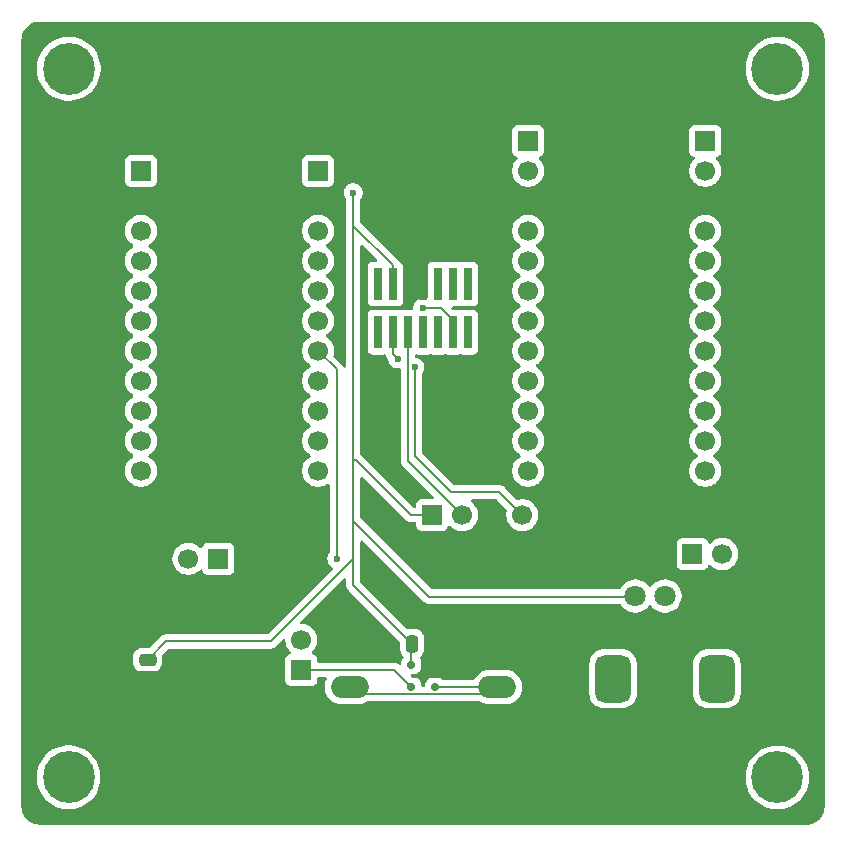
<source format=gbl>
G04 #@! TF.GenerationSoftware,KiCad,Pcbnew,9.0.6*
G04 #@! TF.CreationDate,2025-12-02T23:01:08+01:00*
G04 #@! TF.ProjectId,floppyv3_expansion,666c6f70-7079-4763-935f-657870616e73,rev?*
G04 #@! TF.SameCoordinates,Original*
G04 #@! TF.FileFunction,Copper,L2,Bot*
G04 #@! TF.FilePolarity,Positive*
%FSLAX46Y46*%
G04 Gerber Fmt 4.6, Leading zero omitted, Abs format (unit mm)*
G04 Created by KiCad (PCBNEW 9.0.6) date 2025-12-02 23:01:08*
%MOMM*%
%LPD*%
G01*
G04 APERTURE LIST*
G04 Aperture macros list*
%AMRoundRect*
0 Rectangle with rounded corners*
0 $1 Rounding radius*
0 $2 $3 $4 $5 $6 $7 $8 $9 X,Y pos of 4 corners*
0 Add a 4 corners polygon primitive as box body*
4,1,4,$2,$3,$4,$5,$6,$7,$8,$9,$2,$3,0*
0 Add four circle primitives for the rounded corners*
1,1,$1+$1,$2,$3*
1,1,$1+$1,$4,$5*
1,1,$1+$1,$6,$7*
1,1,$1+$1,$8,$9*
0 Add four rect primitives between the rounded corners*
20,1,$1+$1,$2,$3,$4,$5,0*
20,1,$1+$1,$4,$5,$6,$7,0*
20,1,$1+$1,$6,$7,$8,$9,0*
20,1,$1+$1,$8,$9,$2,$3,0*%
G04 Aperture macros list end*
G04 #@! TA.AperFunction,ComponentPad*
%ADD10O,3.200000X1.900000*%
G04 #@! TD*
G04 #@! TA.AperFunction,ComponentPad*
%ADD11R,1.800000X1.800000*%
G04 #@! TD*
G04 #@! TA.AperFunction,ComponentPad*
%ADD12C,1.800000*%
G04 #@! TD*
G04 #@! TA.AperFunction,ComponentPad*
%ADD13RoundRect,0.750000X-0.750000X1.250000X-0.750000X-1.250000X0.750000X-1.250000X0.750000X1.250000X0*%
G04 #@! TD*
G04 #@! TA.AperFunction,ComponentPad*
%ADD14C,0.700000*%
G04 #@! TD*
G04 #@! TA.AperFunction,ComponentPad*
%ADD15C,4.400000*%
G04 #@! TD*
G04 #@! TA.AperFunction,ComponentPad*
%ADD16R,1.700000X1.700000*%
G04 #@! TD*
G04 #@! TA.AperFunction,ComponentPad*
%ADD17C,1.700000*%
G04 #@! TD*
G04 #@! TA.AperFunction,SMDPad,CuDef*
%ADD18RoundRect,0.175000X0.175000X0.325000X-0.175000X0.325000X-0.175000X-0.325000X0.175000X-0.325000X0*%
G04 #@! TD*
G04 #@! TA.AperFunction,SMDPad,CuDef*
%ADD19RoundRect,0.150000X0.200000X0.150000X-0.200000X0.150000X-0.200000X-0.150000X0.200000X-0.150000X0*%
G04 #@! TD*
G04 #@! TA.AperFunction,SMDPad,CuDef*
%ADD20RoundRect,0.250000X0.475000X-0.250000X0.475000X0.250000X-0.475000X0.250000X-0.475000X-0.250000X0*%
G04 #@! TD*
G04 #@! TA.AperFunction,SMDPad,CuDef*
%ADD21RoundRect,0.250000X-0.250000X-0.475000X0.250000X-0.475000X0.250000X0.475000X-0.250000X0.475000X0*%
G04 #@! TD*
G04 #@! TA.AperFunction,SMDPad,CuDef*
%ADD22R,0.740000X2.790000*%
G04 #@! TD*
G04 #@! TA.AperFunction,ViaPad*
%ADD23C,0.600000*%
G04 #@! TD*
G04 #@! TA.AperFunction,Conductor*
%ADD24C,0.200000*%
G04 #@! TD*
G04 APERTURE END LIST*
D10*
G04 #@! TO.P,SW1,1,1*
G04 #@! TO.N,GND*
X108902500Y-116260000D03*
X121402500Y-116260000D03*
G04 #@! TO.P,SW1,2,2*
G04 #@! TO.N,Net-(U1-IN)*
X108902500Y-121260000D03*
X121402500Y-121260000D03*
G04 #@! TD*
D11*
G04 #@! TO.P,RV1,1,1*
G04 #@! TO.N,GND*
X138100000Y-113550000D03*
D12*
G04 #@! TO.P,RV1,2,2*
G04 #@! TO.N,Net-(JP1-A)*
X135600000Y-113550000D03*
G04 #@! TO.P,RV1,3,3*
G04 #@! TO.N,/3V3*
X133100000Y-113550000D03*
D13*
G04 #@! TO.P,RV1,MP*
G04 #@! TO.N,N/C*
X140000000Y-120550000D03*
X131200000Y-120550000D03*
G04 #@! TD*
D14*
G04 #@! TO.P,H1,1*
G04 #@! TO.N,N/C*
X83464200Y-68914200D03*
X83947474Y-67747474D03*
X83947474Y-70080926D03*
X85114200Y-67264200D03*
D15*
X85114200Y-68914200D03*
D14*
X85114200Y-70564200D03*
X86280926Y-67747474D03*
X86280926Y-70080926D03*
X86764200Y-68914200D03*
G04 #@! TD*
D16*
G04 #@! TO.P,JP2,1,A*
G04 #@! TO.N,Net-(JP2-A)*
X104800000Y-119800000D03*
D17*
G04 #@! TO.P,JP2,2,B*
G04 #@! TO.N,/PA0*
X104800000Y-117260000D03*
G04 #@! TD*
D16*
G04 #@! TO.P,JP3,1,A*
G04 #@! TO.N,/PB0*
X97780000Y-110400000D03*
D17*
G04 #@! TO.P,JP3,2,B*
G04 #@! TO.N,Net-(D1-DIN)*
X95240000Y-110400000D03*
G04 #@! TD*
D16*
G04 #@! TO.P,J5,1,Pin_1*
G04 #@! TO.N,/VUSB*
X139008414Y-75016440D03*
D17*
G04 #@! TO.P,J5,2,Pin_2*
G04 #@! TO.N,/VIN*
X139008414Y-77556440D03*
G04 #@! TO.P,J5,3,Pin_3*
G04 #@! TO.N,GND*
X139008414Y-80096440D03*
G04 #@! TO.P,J5,4,Pin_4*
G04 #@! TO.N,/PB3*
X139008414Y-82636440D03*
G04 #@! TO.P,J5,5,Pin_5*
G04 #@! TO.N,/PA14*
X139008414Y-85176440D03*
G04 #@! TO.P,J5,6,Pin_6*
G04 #@! TO.N,/PA13*
X139008414Y-87716440D03*
G04 #@! TO.P,J5,7,Pin_7*
G04 #@! TO.N,/PA12*
X139008414Y-90256440D03*
G04 #@! TO.P,J5,8,Pin_8*
G04 #@! TO.N,/PA11*
X139008414Y-92796440D03*
G04 #@! TO.P,J5,9,Pin_9*
G04 #@! TO.N,/PB0*
X139008414Y-95336440D03*
G04 #@! TO.P,J5,10,Pin_10*
G04 #@! TO.N,/PA7*
X139008414Y-97876440D03*
G04 #@! TO.P,J5,11,Pin_11*
G04 #@! TO.N,/PA6*
X139008414Y-100416440D03*
G04 #@! TO.P,J5,12,Pin_12*
G04 #@! TO.N,/PA5*
X139008414Y-102956440D03*
G04 #@! TD*
D16*
G04 #@! TO.P,J1,1,Pin_1*
G04 #@! TO.N,/3V3*
X91228414Y-77556440D03*
D17*
G04 #@! TO.P,J1,2,Pin_2*
G04 #@! TO.N,GND*
X91228414Y-80096440D03*
G04 #@! TO.P,J1,3,Pin_3*
G04 #@! TO.N,/NRST*
X91228414Y-82636440D03*
G04 #@! TO.P,J1,4,Pin_4*
G04 #@! TO.N,/PB7*
X91228414Y-85176440D03*
G04 #@! TO.P,J1,5,Pin_5*
G04 #@! TO.N,/PC14*
X91228414Y-87716440D03*
G04 #@! TO.P,J1,6,Pin_6*
G04 #@! TO.N,/PC15*
X91228414Y-90256440D03*
G04 #@! TO.P,J1,7,Pin_7*
G04 #@! TO.N,/PA0*
X91228414Y-92796440D03*
G04 #@! TO.P,J1,8,Pin_8*
G04 #@! TO.N,/PA1*
X91228414Y-95336440D03*
G04 #@! TO.P,J1,9,Pin_9*
G04 #@! TO.N,/PA2*
X91228414Y-97876440D03*
G04 #@! TO.P,J1,10,Pin_10*
G04 #@! TO.N,/PA3*
X91228414Y-100416440D03*
G04 #@! TO.P,J1,11,Pin_11*
G04 #@! TO.N,/PA4*
X91228414Y-102956440D03*
G04 #@! TD*
D16*
G04 #@! TO.P,J3,1,Pin_1*
G04 #@! TO.N,/3V3*
X115888414Y-106701440D03*
D17*
G04 #@! TO.P,J3,2,Pin_2*
G04 #@! TO.N,/T_SCK*
X118428414Y-106701440D03*
G04 #@! TO.P,J3,3,Pin_3*
G04 #@! TO.N,GND*
X120968414Y-106701440D03*
G04 #@! TO.P,J3,4,Pin_4*
G04 #@! TO.N,/T_SWD*
X123508414Y-106701440D03*
G04 #@! TD*
D14*
G04 #@! TO.P,H3,1*
G04 #@! TO.N,N/C*
X143464200Y-128914278D03*
X143947474Y-127747552D03*
X143947474Y-130081004D03*
X145114200Y-127264278D03*
D15*
X145114200Y-128914278D03*
D14*
X145114200Y-130564278D03*
X146280926Y-127747552D03*
X146280926Y-130081004D03*
X146764200Y-128914278D03*
G04 #@! TD*
D16*
G04 #@! TO.P,J4,1,Pin_1*
G04 #@! TO.N,/VUSB*
X124008414Y-75016440D03*
D17*
G04 #@! TO.P,J4,2,Pin_2*
G04 #@! TO.N,/VIN*
X124008414Y-77556440D03*
G04 #@! TO.P,J4,3,Pin_3*
G04 #@! TO.N,GND*
X124008414Y-80096440D03*
G04 #@! TO.P,J4,4,Pin_4*
G04 #@! TO.N,/PB3*
X124008414Y-82636440D03*
G04 #@! TO.P,J4,5,Pin_5*
G04 #@! TO.N,/PA14*
X124008414Y-85176440D03*
G04 #@! TO.P,J4,6,Pin_6*
G04 #@! TO.N,/PA13*
X124008414Y-87716440D03*
G04 #@! TO.P,J4,7,Pin_7*
G04 #@! TO.N,/PA12*
X124008414Y-90256440D03*
G04 #@! TO.P,J4,8,Pin_8*
G04 #@! TO.N,/PA11*
X124008414Y-92796440D03*
G04 #@! TO.P,J4,9,Pin_9*
G04 #@! TO.N,/PB0*
X124008414Y-95336440D03*
G04 #@! TO.P,J4,10,Pin_10*
G04 #@! TO.N,/PA7*
X124008414Y-97876440D03*
G04 #@! TO.P,J4,11,Pin_11*
G04 #@! TO.N,/PA6*
X124008414Y-100416440D03*
G04 #@! TO.P,J4,12,Pin_12*
G04 #@! TO.N,/PA5*
X124008414Y-102956440D03*
G04 #@! TD*
D14*
G04 #@! TO.P,H4,1*
G04 #@! TO.N,N/C*
X83449986Y-128899964D03*
X83933260Y-127733238D03*
X83933260Y-130066690D03*
X85099986Y-127249964D03*
D15*
X85099986Y-128899964D03*
D14*
X85099986Y-130549964D03*
X86266712Y-127733238D03*
X86266712Y-130066690D03*
X86749986Y-128899964D03*
G04 #@! TD*
D16*
G04 #@! TO.P,JP1,1,A*
G04 #@! TO.N,Net-(JP1-A)*
X137925000Y-110000000D03*
D17*
G04 #@! TO.P,JP1,2,B*
G04 #@! TO.N,/PA5*
X140465000Y-110000000D03*
G04 #@! TD*
D16*
G04 #@! TO.P,J2,1,Pin_1*
G04 #@! TO.N,/3V3*
X106228414Y-77556440D03*
D17*
G04 #@! TO.P,J2,2,Pin_2*
G04 #@! TO.N,GND*
X106228414Y-80096440D03*
G04 #@! TO.P,J2,3,Pin_3*
G04 #@! TO.N,/NRST*
X106228414Y-82636440D03*
G04 #@! TO.P,J2,4,Pin_4*
G04 #@! TO.N,/PB7*
X106228414Y-85176440D03*
G04 #@! TO.P,J2,5,Pin_5*
G04 #@! TO.N,/PC14*
X106228414Y-87716440D03*
G04 #@! TO.P,J2,6,Pin_6*
G04 #@! TO.N,/PC15*
X106228414Y-90256440D03*
G04 #@! TO.P,J2,7,Pin_7*
G04 #@! TO.N,/PA0*
X106228414Y-92796440D03*
G04 #@! TO.P,J2,8,Pin_8*
G04 #@! TO.N,/PA1*
X106228414Y-95336440D03*
G04 #@! TO.P,J2,9,Pin_9*
G04 #@! TO.N,/PA2*
X106228414Y-97876440D03*
G04 #@! TO.P,J2,10,Pin_10*
G04 #@! TO.N,/PA3*
X106228414Y-100416440D03*
G04 #@! TO.P,J2,11,Pin_11*
G04 #@! TO.N,/PA4*
X106228414Y-102956440D03*
G04 #@! TD*
D14*
G04 #@! TO.P,H2,1*
G04 #@! TO.N,N/C*
X143464200Y-68914200D03*
X143947474Y-67747474D03*
X143947474Y-70080926D03*
X145114200Y-67264200D03*
D15*
X145114200Y-68914200D03*
D14*
X145114200Y-70564200D03*
X146280926Y-67747474D03*
X146280926Y-70080926D03*
X146764200Y-68914200D03*
G04 #@! TD*
D18*
G04 #@! TO.P,U1,1,GND*
G04 #@! TO.N,GND*
X116130000Y-119560000D03*
D19*
G04 #@! TO.P,U1,2,IN*
G04 #@! TO.N,Net-(U1-IN)*
X116130000Y-121260000D03*
G04 #@! TO.P,U1,3,OUT*
G04 #@! TO.N,Net-(JP2-A)*
X114130000Y-121260000D03*
G04 #@! TO.P,U1,4,VCC*
G04 #@! TO.N,/3V3*
X114130000Y-119360000D03*
G04 #@! TD*
D20*
G04 #@! TO.P,C2,1*
G04 #@! TO.N,/3V3*
X91800000Y-118940000D03*
G04 #@! TO.P,C2,2*
G04 #@! TO.N,GND*
X91800000Y-117040000D03*
G04 #@! TD*
D21*
G04 #@! TO.P,C1,1*
G04 #@! TO.N,/3V3*
X114200000Y-117600000D03*
G04 #@! TO.P,C1,2*
G04 #@! TO.N,GND*
X116100000Y-117600000D03*
G04 #@! TD*
D22*
G04 #@! TO.P,J6,1,Reserved*
G04 #@! TO.N,unconnected-(J6-Reserved-Pad1)*
X111290000Y-87145000D03*
G04 #@! TO.P,J6,2,Reserved*
G04 #@! TO.N,unconnected-(J6-Reserved-Pad2)*
X111290000Y-91215000D03*
G04 #@! TO.P,J6,3,T_VCC*
G04 #@! TO.N,/3V3*
X112560000Y-87145000D03*
G04 #@! TO.P,J6,4,T_JTMS/T_SWDIO*
G04 #@! TO.N,/T_SWD*
X112560000Y-91215000D03*
G04 #@! TO.P,J6,5,GND*
G04 #@! TO.N,GND*
X113830000Y-87145000D03*
G04 #@! TO.P,J6,6,T_JCLK/T_SWCLK*
G04 #@! TO.N,/T_SCK*
X113830000Y-91215000D03*
G04 #@! TO.P,J6,7,GND*
G04 #@! TO.N,GND*
X115100000Y-87145000D03*
G04 #@! TO.P,J6,8,T_JTDO/T_SWO*
G04 #@! TO.N,unconnected-(J6-T_JTDO{slash}T_SWO-Pad8)*
X115100000Y-91215000D03*
G04 #@! TO.P,J6,9,Reserved*
G04 #@! TO.N,unconnected-(J6-Reserved-Pad9)*
X116370000Y-87145000D03*
G04 #@! TO.P,J6,10,T_JTDI/NC*
G04 #@! TO.N,unconnected-(J6-T_JTDI{slash}NC-Pad10)*
X116370000Y-91215000D03*
G04 #@! TO.P,J6,11,GNDDETECT*
G04 #@! TO.N,unconnected-(J6-GNDDETECT-Pad11)*
X117640000Y-87145000D03*
G04 #@! TO.P,J6,12,T_NRST*
G04 #@! TO.N,/NRST*
X117640000Y-91215000D03*
G04 #@! TO.P,J6,13,T_VCP_RX*
G04 #@! TO.N,unconnected-(J6-T_VCP_RX-Pad13)*
X118910000Y-87145000D03*
G04 #@! TO.P,J6,14,T_VCP_TX*
G04 #@! TO.N,unconnected-(J6-T_VCP_TX-Pad14)*
X118910000Y-91215000D03*
G04 #@! TD*
D23*
G04 #@! TO.N,/3V3*
X109200000Y-79400000D03*
X91800000Y-118940000D03*
G04 #@! TO.N,/NRST*
X115080000Y-89150000D03*
G04 #@! TO.N,/PA0*
X107810000Y-110380000D03*
G04 #@! TO.N,/T_SWD*
X112960000Y-93460000D03*
X114430000Y-94180000D03*
G04 #@! TD*
D24*
G04 #@! TO.N,/3V3*
X109200000Y-112628014D02*
X114180000Y-117608014D01*
X109200000Y-107200000D02*
X109200000Y-109400000D01*
X109200000Y-102000000D02*
X109200000Y-107200000D01*
X114130000Y-117670000D02*
X114200000Y-117600000D01*
X112560000Y-85560000D02*
X112560000Y-87145000D01*
X109200000Y-109400000D02*
X109200000Y-110400000D01*
X109200000Y-87600000D02*
X109200000Y-102000000D01*
X109400000Y-102000000D02*
X114101440Y-106701440D01*
X114130000Y-119360000D02*
X114130000Y-117670000D01*
X109200000Y-82200000D02*
X112560000Y-85560000D01*
X109200000Y-79400000D02*
X109200000Y-82200000D01*
X115600000Y-113600000D02*
X133050000Y-113600000D01*
X109200000Y-109400000D02*
X109200000Y-112628014D01*
X93340000Y-117400000D02*
X91800000Y-118940000D01*
X109200000Y-107200000D02*
X115600000Y-113600000D01*
X114101440Y-106701440D02*
X115888414Y-106701440D01*
X109200000Y-102000000D02*
X109400000Y-102000000D01*
X102200000Y-117400000D02*
X93340000Y-117400000D01*
X109200000Y-110400000D02*
X102200000Y-117400000D01*
X133050000Y-113600000D02*
X133100000Y-113550000D01*
X109200000Y-82200000D02*
X109200000Y-87600000D01*
G04 #@! TO.N,/NRST*
X117640000Y-90190000D02*
X117640000Y-91215000D01*
X116600000Y-89150000D02*
X117640000Y-90190000D01*
X115080000Y-89150000D02*
X116600000Y-89150000D01*
G04 #@! TO.N,/PA0*
X107799000Y-94367026D02*
X106228414Y-92796440D01*
X107810000Y-110380000D02*
X107799000Y-110369000D01*
X107799000Y-110369000D02*
X107799000Y-94367026D01*
G04 #@! TO.N,/T_SWD*
X121566974Y-104760000D02*
X117450000Y-104760000D01*
X117450000Y-104760000D02*
X114428963Y-101738963D01*
X112560000Y-93060000D02*
X112560000Y-91215000D01*
X114428963Y-101738963D02*
X114430000Y-101737926D01*
X112960000Y-93460000D02*
X112560000Y-93060000D01*
X114430000Y-101737926D02*
X114430000Y-94180000D01*
X123508414Y-106701440D02*
X121566974Y-104760000D01*
G04 #@! TO.N,/T_SCK*
X113830000Y-102103026D02*
X113830000Y-91215000D01*
X118428414Y-106701440D02*
X113830000Y-102103026D01*
G04 #@! TO.N,Net-(JP2-A)*
X112670000Y-119800000D02*
X104800000Y-119800000D01*
X114130000Y-121260000D02*
X112670000Y-119800000D01*
G04 #@! TO.N,Net-(U1-IN)*
X109503500Y-121861000D02*
X120801500Y-121861000D01*
X116130000Y-121260000D02*
X121402500Y-121260000D01*
X108902500Y-121260000D02*
X109503500Y-121861000D01*
X120801500Y-121861000D02*
X121402500Y-121260000D01*
G04 #@! TD*
G04 #@! TA.AperFunction,Conductor*
G04 #@! TO.N,GND*
G36*
X108518834Y-112032914D02*
G01*
X108574767Y-112074786D01*
X108599184Y-112140250D01*
X108599500Y-112149096D01*
X108599500Y-112541344D01*
X108599499Y-112541362D01*
X108599499Y-112707068D01*
X108599498Y-112707068D01*
X108640423Y-112859799D01*
X108669358Y-112909914D01*
X108669359Y-112909918D01*
X108669360Y-112909918D01*
X108719479Y-112996728D01*
X108719481Y-112996731D01*
X108838349Y-113115599D01*
X108838355Y-113115604D01*
X113163181Y-117440431D01*
X113196666Y-117501754D01*
X113199500Y-117528112D01*
X113199500Y-118125001D01*
X113199501Y-118125019D01*
X113210000Y-118227796D01*
X113210001Y-118227799D01*
X113245916Y-118336181D01*
X113265186Y-118394334D01*
X113353308Y-118537204D01*
X113357289Y-118543657D01*
X113429161Y-118615529D01*
X113462646Y-118676852D01*
X113457662Y-118746544D01*
X113429165Y-118790887D01*
X113411924Y-118808129D01*
X113411915Y-118808140D01*
X113328255Y-118949603D01*
X113328254Y-118949606D01*
X113282402Y-119107426D01*
X113282401Y-119107432D01*
X113279500Y-119144298D01*
X113279500Y-119260902D01*
X113259815Y-119327941D01*
X113207011Y-119373696D01*
X113137853Y-119383640D01*
X113084482Y-119362550D01*
X113075534Y-119356298D01*
X113038716Y-119319480D01*
X112951904Y-119269360D01*
X112901785Y-119240423D01*
X112749057Y-119199499D01*
X112590943Y-119199499D01*
X112583347Y-119199499D01*
X112583331Y-119199500D01*
X106274499Y-119199500D01*
X106207460Y-119179815D01*
X106161705Y-119127011D01*
X106150499Y-119075500D01*
X106150499Y-118902129D01*
X106150498Y-118902123D01*
X106150497Y-118902116D01*
X106144091Y-118842517D01*
X106131269Y-118808140D01*
X106093797Y-118707671D01*
X106093793Y-118707664D01*
X106007547Y-118592455D01*
X106007544Y-118592452D01*
X105892335Y-118506206D01*
X105892328Y-118506202D01*
X105760917Y-118457189D01*
X105704983Y-118415318D01*
X105680566Y-118349853D01*
X105695418Y-118281580D01*
X105716563Y-118253332D01*
X105830104Y-118139792D01*
X105840845Y-118125009D01*
X105955048Y-117967820D01*
X105955047Y-117967820D01*
X105955051Y-117967816D01*
X106051557Y-117778412D01*
X106117246Y-117576243D01*
X106150500Y-117366287D01*
X106150500Y-117153713D01*
X106117246Y-116943757D01*
X106051557Y-116741588D01*
X105955051Y-116552184D01*
X105955049Y-116552181D01*
X105955048Y-116552179D01*
X105830109Y-116380213D01*
X105679786Y-116229890D01*
X105507820Y-116104951D01*
X105318414Y-116008444D01*
X105318413Y-116008443D01*
X105318412Y-116008443D01*
X105116243Y-115942754D01*
X105116241Y-115942753D01*
X105116240Y-115942753D01*
X104954957Y-115917208D01*
X104906287Y-115909500D01*
X104839096Y-115909500D01*
X104772057Y-115889815D01*
X104726302Y-115837011D01*
X104716358Y-115767853D01*
X104745383Y-115704297D01*
X104751415Y-115697819D01*
X106368717Y-114080517D01*
X108387821Y-112061413D01*
X108449142Y-112027930D01*
X108518834Y-112032914D01*
G37*
G04 #@! TD.AperFunction*
G04 #@! TA.AperFunction,Conductor*
G36*
X147548317Y-64914735D02*
G01*
X147548318Y-64914736D01*
X147609784Y-64914736D01*
X147618627Y-64915051D01*
X147818763Y-64929367D01*
X147836272Y-64931884D01*
X148028008Y-64973596D01*
X148044960Y-64978574D01*
X148228803Y-65047146D01*
X148244889Y-65054492D01*
X148417049Y-65148501D01*
X148417106Y-65148532D01*
X148431982Y-65158092D01*
X148589014Y-65275648D01*
X148589053Y-65275677D01*
X148602421Y-65287260D01*
X148741171Y-65426014D01*
X148752741Y-65439367D01*
X148850620Y-65570121D01*
X148870326Y-65596446D01*
X148879891Y-65611330D01*
X148973920Y-65783538D01*
X148981269Y-65799631D01*
X149049831Y-65983460D01*
X149054816Y-66000437D01*
X149096520Y-66192167D01*
X149099037Y-66209678D01*
X149113397Y-66410502D01*
X149113713Y-66419346D01*
X149113713Y-66490106D01*
X149113714Y-66490119D01*
X149113714Y-131348352D01*
X149113712Y-131348360D01*
X149113713Y-131377440D01*
X149113713Y-131409829D01*
X149113397Y-131418673D01*
X149099090Y-131618799D01*
X149096573Y-131636312D01*
X149054869Y-131828044D01*
X149049884Y-131845021D01*
X148981322Y-132028849D01*
X148973973Y-132044943D01*
X148879939Y-132217157D01*
X148870373Y-132232041D01*
X148752797Y-132389105D01*
X148741211Y-132402477D01*
X148602465Y-132541221D01*
X148589093Y-132552807D01*
X148432024Y-132670385D01*
X148417139Y-132679951D01*
X148244934Y-132773977D01*
X148228841Y-132781326D01*
X148044998Y-132849891D01*
X148028021Y-132854875D01*
X147836299Y-132896575D01*
X147818786Y-132899092D01*
X147618370Y-132913417D01*
X147609502Y-132913733D01*
X82673716Y-132899465D01*
X82673450Y-132899449D01*
X82665882Y-132899449D01*
X82604422Y-132899449D01*
X82595573Y-132899133D01*
X82395383Y-132884811D01*
X82377868Y-132882292D01*
X82314129Y-132868422D01*
X82186092Y-132840562D01*
X82169114Y-132835575D01*
X81985239Y-132766976D01*
X81969142Y-132759623D01*
X81878674Y-132710210D01*
X81796898Y-132665544D01*
X81782013Y-132655975D01*
X81624921Y-132538341D01*
X81611549Y-132526750D01*
X81472793Y-132387944D01*
X81461207Y-132374568D01*
X81343630Y-132217434D01*
X81334066Y-132202545D01*
X81240050Y-132030268D01*
X81232703Y-132014170D01*
X81164163Y-131830253D01*
X81159188Y-131813289D01*
X81117528Y-131621497D01*
X81115016Y-131603985D01*
X81100814Y-131404477D01*
X81100502Y-131395677D01*
X81100504Y-131388664D01*
X81100524Y-131333479D01*
X81100522Y-131333475D01*
X81100526Y-131324603D01*
X81100517Y-131324490D01*
X81101080Y-128748300D01*
X82399486Y-128748300D01*
X82399486Y-129051627D01*
X82433443Y-129353012D01*
X82433446Y-129353026D01*
X82500939Y-129648735D01*
X82500943Y-129648747D01*
X82601119Y-129935032D01*
X82732719Y-130208302D01*
X82732721Y-130208305D01*
X82894094Y-130465128D01*
X83083207Y-130702268D01*
X83297682Y-130916743D01*
X83534822Y-131105856D01*
X83791645Y-131267229D01*
X84064921Y-131398832D01*
X84279937Y-131474069D01*
X84351202Y-131499006D01*
X84351214Y-131499010D01*
X84646923Y-131566504D01*
X84646932Y-131566505D01*
X84646937Y-131566506D01*
X84847860Y-131589144D01*
X84948323Y-131600463D01*
X84948326Y-131600464D01*
X84948329Y-131600464D01*
X85251646Y-131600464D01*
X85251647Y-131600463D01*
X85426008Y-131580818D01*
X85553034Y-131566506D01*
X85553037Y-131566505D01*
X85553049Y-131566504D01*
X85848758Y-131499010D01*
X86135051Y-131398832D01*
X86408327Y-131267229D01*
X86665150Y-131105856D01*
X86902290Y-130916743D01*
X87116765Y-130702268D01*
X87305878Y-130465128D01*
X87467251Y-130208305D01*
X87598854Y-129935029D01*
X87699032Y-129648736D01*
X87766526Y-129353027D01*
X87800486Y-129051621D01*
X87800486Y-128762614D01*
X142413700Y-128762614D01*
X142413700Y-129065941D01*
X142447657Y-129367326D01*
X142447660Y-129367340D01*
X142515153Y-129663049D01*
X142515157Y-129663061D01*
X142615333Y-129949346D01*
X142746933Y-130222616D01*
X142746935Y-130222619D01*
X142908308Y-130479442D01*
X143097421Y-130716582D01*
X143311896Y-130931057D01*
X143549036Y-131120170D01*
X143805859Y-131281543D01*
X144079135Y-131413146D01*
X144294151Y-131488383D01*
X144365416Y-131513320D01*
X144365428Y-131513324D01*
X144661137Y-131580818D01*
X144661146Y-131580819D01*
X144661151Y-131580820D01*
X144862074Y-131603458D01*
X144962537Y-131614777D01*
X144962540Y-131614778D01*
X144962543Y-131614778D01*
X145265860Y-131614778D01*
X145265861Y-131614777D01*
X145419894Y-131597422D01*
X145567248Y-131580820D01*
X145567251Y-131580819D01*
X145567263Y-131580818D01*
X145862972Y-131513324D01*
X146149265Y-131413146D01*
X146422541Y-131281543D01*
X146679364Y-131120170D01*
X146916504Y-130931057D01*
X147130979Y-130716582D01*
X147320092Y-130479442D01*
X147481465Y-130222619D01*
X147613068Y-129949343D01*
X147713246Y-129663050D01*
X147780740Y-129367341D01*
X147782355Y-129353012D01*
X147814699Y-129065941D01*
X147814700Y-129065937D01*
X147814700Y-128762618D01*
X147814699Y-128762614D01*
X147780742Y-128461229D01*
X147780741Y-128461224D01*
X147780740Y-128461215D01*
X147713246Y-128165506D01*
X147613068Y-127879213D01*
X147481465Y-127605937D01*
X147320092Y-127349114D01*
X147130979Y-127111974D01*
X146916504Y-126897499D01*
X146679364Y-126708386D01*
X146422541Y-126547013D01*
X146422538Y-126547011D01*
X146149268Y-126415411D01*
X145862983Y-126315235D01*
X145862971Y-126315231D01*
X145634756Y-126263142D01*
X145567263Y-126247738D01*
X145567260Y-126247737D01*
X145567248Y-126247735D01*
X145265863Y-126213778D01*
X145265857Y-126213778D01*
X144962543Y-126213778D01*
X144962536Y-126213778D01*
X144661151Y-126247735D01*
X144661137Y-126247738D01*
X144365428Y-126315231D01*
X144365416Y-126315235D01*
X144079131Y-126415411D01*
X143805861Y-126547011D01*
X143549037Y-126708385D01*
X143311896Y-126897498D01*
X143097420Y-127111974D01*
X142908307Y-127349115D01*
X142746933Y-127605939D01*
X142615333Y-127879209D01*
X142515157Y-128165494D01*
X142515153Y-128165506D01*
X142447660Y-128461215D01*
X142447657Y-128461229D01*
X142413700Y-128762614D01*
X87800486Y-128762614D01*
X87800486Y-128748307D01*
X87789166Y-128647838D01*
X87766528Y-128446915D01*
X87766527Y-128446910D01*
X87766526Y-128446901D01*
X87699032Y-128151192D01*
X87598854Y-127864899D01*
X87467251Y-127591623D01*
X87305878Y-127334800D01*
X87116765Y-127097660D01*
X86902290Y-126883185D01*
X86665150Y-126694072D01*
X86408327Y-126532699D01*
X86408324Y-126532697D01*
X86135054Y-126401097D01*
X85848769Y-126300921D01*
X85848757Y-126300917D01*
X85615749Y-126247735D01*
X85553049Y-126233424D01*
X85553046Y-126233423D01*
X85553034Y-126233421D01*
X85251649Y-126199464D01*
X85251643Y-126199464D01*
X84948329Y-126199464D01*
X84948322Y-126199464D01*
X84646937Y-126233421D01*
X84646923Y-126233424D01*
X84351214Y-126300917D01*
X84351202Y-126300921D01*
X84064917Y-126401097D01*
X83791647Y-126532697D01*
X83534823Y-126694071D01*
X83297682Y-126883184D01*
X83083206Y-127097660D01*
X82894093Y-127334801D01*
X82732719Y-127591625D01*
X82601119Y-127864895D01*
X82500943Y-128151180D01*
X82500939Y-128151192D01*
X82433446Y-128446901D01*
X82433443Y-128446915D01*
X82399486Y-128748300D01*
X81101080Y-128748300D01*
X81103291Y-118639983D01*
X90574500Y-118639983D01*
X90574500Y-119240001D01*
X90574501Y-119240019D01*
X90585000Y-119342796D01*
X90585001Y-119342799D01*
X90614323Y-119431286D01*
X90640186Y-119509334D01*
X90732288Y-119658656D01*
X90856344Y-119782712D01*
X91005666Y-119874814D01*
X91172203Y-119929999D01*
X91274991Y-119940500D01*
X92325008Y-119940499D01*
X92325016Y-119940498D01*
X92325019Y-119940498D01*
X92381302Y-119934748D01*
X92427797Y-119929999D01*
X92594334Y-119874814D01*
X92743656Y-119782712D01*
X92867712Y-119658656D01*
X92959814Y-119509334D01*
X93014999Y-119342797D01*
X93025500Y-119240009D01*
X93025499Y-118639992D01*
X93024419Y-118629420D01*
X93037188Y-118560728D01*
X93060093Y-118529140D01*
X93552416Y-118036819D01*
X93613739Y-118003334D01*
X93640097Y-118000500D01*
X102113331Y-118000500D01*
X102113347Y-118000501D01*
X102120943Y-118000501D01*
X102279054Y-118000501D01*
X102279057Y-118000501D01*
X102431785Y-117959577D01*
X102481904Y-117930639D01*
X102568716Y-117880520D01*
X102680520Y-117768716D01*
X102680520Y-117768714D01*
X102690728Y-117758507D01*
X102690730Y-117758504D01*
X103237819Y-117211415D01*
X103299142Y-117177930D01*
X103368834Y-117182914D01*
X103424767Y-117224786D01*
X103449184Y-117290250D01*
X103449500Y-117299096D01*
X103449500Y-117366286D01*
X103475130Y-117528112D01*
X103482754Y-117576243D01*
X103541975Y-117758507D01*
X103548444Y-117778414D01*
X103644951Y-117967820D01*
X103769890Y-118139786D01*
X103883430Y-118253326D01*
X103916915Y-118314649D01*
X103911931Y-118384341D01*
X103870059Y-118440274D01*
X103839083Y-118457189D01*
X103707669Y-118506203D01*
X103707664Y-118506206D01*
X103592455Y-118592452D01*
X103592452Y-118592455D01*
X103506206Y-118707664D01*
X103506202Y-118707671D01*
X103455908Y-118842517D01*
X103449501Y-118902116D01*
X103449501Y-118902123D01*
X103449500Y-118902135D01*
X103449500Y-120697870D01*
X103449501Y-120697876D01*
X103455908Y-120757483D01*
X103506202Y-120892328D01*
X103506206Y-120892335D01*
X103592452Y-121007544D01*
X103592455Y-121007547D01*
X103707664Y-121093793D01*
X103707671Y-121093797D01*
X103842517Y-121144091D01*
X103842516Y-121144091D01*
X103849444Y-121144835D01*
X103902127Y-121150500D01*
X105697872Y-121150499D01*
X105757483Y-121144091D01*
X105892331Y-121093796D01*
X106007546Y-121007546D01*
X106093796Y-120892331D01*
X106144091Y-120757483D01*
X106150500Y-120697873D01*
X106150500Y-120524500D01*
X106170185Y-120457461D01*
X106222989Y-120411706D01*
X106274500Y-120400500D01*
X106860153Y-120400500D01*
X106927192Y-120420185D01*
X106972947Y-120472989D01*
X106982891Y-120542147D01*
X106970638Y-120580795D01*
X106908270Y-120703196D01*
X106837715Y-120920339D01*
X106802000Y-121145837D01*
X106802000Y-121374162D01*
X106837715Y-121599660D01*
X106908270Y-121816803D01*
X106999786Y-121996412D01*
X107011921Y-122020228D01*
X107146121Y-122204937D01*
X107307563Y-122366379D01*
X107492272Y-122500579D01*
X107588384Y-122549550D01*
X107695696Y-122604229D01*
X107695698Y-122604229D01*
X107695701Y-122604231D01*
X107812092Y-122642049D01*
X107912839Y-122674784D01*
X108138338Y-122710500D01*
X108138343Y-122710500D01*
X109666662Y-122710500D01*
X109892160Y-122674784D01*
X110109299Y-122604231D01*
X110312728Y-122500579D01*
X110333920Y-122485182D01*
X110399727Y-122461702D01*
X110406806Y-122461500D01*
X119898194Y-122461500D01*
X119965233Y-122481185D01*
X119971080Y-122485182D01*
X119992272Y-122500579D01*
X120088384Y-122549550D01*
X120195696Y-122604229D01*
X120195698Y-122604229D01*
X120195701Y-122604231D01*
X120312092Y-122642049D01*
X120412839Y-122674784D01*
X120638338Y-122710500D01*
X120638343Y-122710500D01*
X122166662Y-122710500D01*
X122392160Y-122674784D01*
X122609299Y-122604231D01*
X122812728Y-122500579D01*
X122997437Y-122366379D01*
X123158879Y-122204937D01*
X123293079Y-122020228D01*
X123396731Y-121816799D01*
X123467284Y-121599660D01*
X123503000Y-121374162D01*
X123503000Y-121145837D01*
X123467284Y-120920339D01*
X123414368Y-120757482D01*
X123396731Y-120703201D01*
X123396729Y-120703198D01*
X123396729Y-120703196D01*
X123314670Y-120542147D01*
X123293079Y-120499772D01*
X123158879Y-120315063D01*
X122997437Y-120153621D01*
X122812728Y-120019421D01*
X122609303Y-119915770D01*
X122392160Y-119845215D01*
X122166662Y-119809500D01*
X122166657Y-119809500D01*
X120638343Y-119809500D01*
X120638338Y-119809500D01*
X120412839Y-119845215D01*
X120195696Y-119915770D01*
X119992271Y-120019421D01*
X119807561Y-120153622D01*
X119646122Y-120315061D01*
X119511921Y-120499771D01*
X119465033Y-120591795D01*
X119417058Y-120642591D01*
X119354548Y-120659500D01*
X116850808Y-120659500D01*
X116783769Y-120639815D01*
X116763126Y-120623180D01*
X116731870Y-120591923D01*
X116731862Y-120591917D01*
X116590396Y-120508255D01*
X116590393Y-120508254D01*
X116432573Y-120462402D01*
X116432567Y-120462401D01*
X116395701Y-120459500D01*
X116395694Y-120459500D01*
X115864306Y-120459500D01*
X115864298Y-120459500D01*
X115827432Y-120462401D01*
X115827426Y-120462402D01*
X115669606Y-120508254D01*
X115669603Y-120508255D01*
X115528137Y-120591917D01*
X115528129Y-120591923D01*
X115411923Y-120708129D01*
X115411917Y-120708137D01*
X115328255Y-120849603D01*
X115328254Y-120849606D01*
X115282402Y-121007426D01*
X115282401Y-121007432D01*
X115279500Y-121044298D01*
X115279500Y-121136500D01*
X115276949Y-121145185D01*
X115278238Y-121154147D01*
X115267259Y-121178187D01*
X115259815Y-121203539D01*
X115252974Y-121209466D01*
X115249213Y-121217703D01*
X115226978Y-121231992D01*
X115207011Y-121249294D01*
X115196496Y-121251581D01*
X115190435Y-121255477D01*
X115155500Y-121260500D01*
X115104500Y-121260500D01*
X115037461Y-121240815D01*
X114991706Y-121188011D01*
X114980500Y-121136500D01*
X114980500Y-121044313D01*
X114980499Y-121044298D01*
X114977598Y-121007432D01*
X114977597Y-121007426D01*
X114931745Y-120849606D01*
X114931744Y-120849603D01*
X114931744Y-120849602D01*
X114848081Y-120708135D01*
X114848079Y-120708133D01*
X114848076Y-120708129D01*
X114731870Y-120591923D01*
X114731862Y-120591917D01*
X114590396Y-120508255D01*
X114590393Y-120508254D01*
X114432573Y-120462402D01*
X114432567Y-120462401D01*
X114395701Y-120459500D01*
X114395694Y-120459500D01*
X114230098Y-120459500D01*
X114200657Y-120450855D01*
X114170671Y-120444332D01*
X114165655Y-120440577D01*
X114163059Y-120439815D01*
X114142417Y-120423181D01*
X114091417Y-120372181D01*
X114057932Y-120310858D01*
X114062916Y-120241166D01*
X114104788Y-120185233D01*
X114170252Y-120160816D01*
X114179098Y-120160500D01*
X114395686Y-120160500D01*
X114395694Y-120160500D01*
X114432569Y-120157598D01*
X114432571Y-120157597D01*
X114432573Y-120157597D01*
X114474191Y-120145505D01*
X114590398Y-120111744D01*
X114731865Y-120028081D01*
X114848081Y-119911865D01*
X114931744Y-119770398D01*
X114977598Y-119612569D01*
X114980500Y-119575694D01*
X114980500Y-119235777D01*
X129199500Y-119235777D01*
X129199500Y-121864208D01*
X129199501Y-121864223D01*
X129209904Y-121996413D01*
X129209905Y-121996420D01*
X129264902Y-122214678D01*
X129264903Y-122214681D01*
X129357991Y-122419622D01*
X129357997Y-122419632D01*
X129486174Y-122604645D01*
X129486178Y-122604650D01*
X129486181Y-122604654D01*
X129645346Y-122763819D01*
X129645350Y-122763822D01*
X129645354Y-122763825D01*
X129784603Y-122860297D01*
X129830374Y-122892007D01*
X130035317Y-122985096D01*
X130035321Y-122985097D01*
X130253579Y-123040094D01*
X130253581Y-123040094D01*
X130253588Y-123040096D01*
X130385783Y-123050500D01*
X132014216Y-123050499D01*
X132146412Y-123040096D01*
X132364683Y-122985096D01*
X132569626Y-122892007D01*
X132754654Y-122763819D01*
X132913819Y-122604654D01*
X133042007Y-122419626D01*
X133135096Y-122214683D01*
X133190096Y-121996412D01*
X133200500Y-121864217D01*
X133200499Y-119235784D01*
X133200498Y-119235777D01*
X137999500Y-119235777D01*
X137999500Y-121864208D01*
X137999501Y-121864223D01*
X138009904Y-121996413D01*
X138009905Y-121996420D01*
X138064902Y-122214678D01*
X138064903Y-122214681D01*
X138157991Y-122419622D01*
X138157997Y-122419632D01*
X138286174Y-122604645D01*
X138286178Y-122604650D01*
X138286181Y-122604654D01*
X138445346Y-122763819D01*
X138445350Y-122763822D01*
X138445354Y-122763825D01*
X138584603Y-122860297D01*
X138630374Y-122892007D01*
X138835317Y-122985096D01*
X138835321Y-122985097D01*
X139053579Y-123040094D01*
X139053581Y-123040094D01*
X139053588Y-123040096D01*
X139185783Y-123050500D01*
X140814216Y-123050499D01*
X140946412Y-123040096D01*
X141164683Y-122985096D01*
X141369626Y-122892007D01*
X141554654Y-122763819D01*
X141713819Y-122604654D01*
X141842007Y-122419626D01*
X141935096Y-122214683D01*
X141990096Y-121996412D01*
X142000500Y-121864217D01*
X142000499Y-119235784D01*
X141990096Y-119103588D01*
X141983018Y-119075500D01*
X141935097Y-118885321D01*
X141935096Y-118885318D01*
X141915376Y-118841903D01*
X141842007Y-118680374D01*
X141797082Y-118615529D01*
X141713825Y-118495354D01*
X141713822Y-118495350D01*
X141713819Y-118495346D01*
X141554654Y-118336181D01*
X141554650Y-118336178D01*
X141554645Y-118336174D01*
X141369632Y-118207997D01*
X141369630Y-118207995D01*
X141369626Y-118207993D01*
X141219458Y-118139784D01*
X141164681Y-118114903D01*
X141164678Y-118114902D01*
X140946420Y-118059905D01*
X140946413Y-118059904D01*
X140902347Y-118056436D01*
X140814217Y-118049500D01*
X140814215Y-118049500D01*
X139185791Y-118049500D01*
X139185776Y-118049501D01*
X139053586Y-118059904D01*
X139053579Y-118059905D01*
X138835321Y-118114902D01*
X138835318Y-118114903D01*
X138630377Y-118207991D01*
X138630367Y-118207997D01*
X138445354Y-118336174D01*
X138445342Y-118336184D01*
X138286184Y-118495342D01*
X138286174Y-118495354D01*
X138157997Y-118680367D01*
X138157991Y-118680377D01*
X138064903Y-118885318D01*
X138064902Y-118885321D01*
X138009905Y-119103579D01*
X138009904Y-119103586D01*
X137999500Y-119235777D01*
X133200498Y-119235777D01*
X133190096Y-119103588D01*
X133183018Y-119075500D01*
X133135097Y-118885321D01*
X133135096Y-118885318D01*
X133115376Y-118841903D01*
X133042007Y-118680374D01*
X132997082Y-118615529D01*
X132913825Y-118495354D01*
X132913822Y-118495350D01*
X132913819Y-118495346D01*
X132754654Y-118336181D01*
X132754650Y-118336178D01*
X132754645Y-118336174D01*
X132569632Y-118207997D01*
X132569630Y-118207995D01*
X132569626Y-118207993D01*
X132419458Y-118139784D01*
X132364681Y-118114903D01*
X132364678Y-118114902D01*
X132146420Y-118059905D01*
X132146413Y-118059904D01*
X132102347Y-118056436D01*
X132014217Y-118049500D01*
X132014215Y-118049500D01*
X130385791Y-118049500D01*
X130385776Y-118049501D01*
X130253586Y-118059904D01*
X130253579Y-118059905D01*
X130035321Y-118114902D01*
X130035318Y-118114903D01*
X129830377Y-118207991D01*
X129830367Y-118207997D01*
X129645354Y-118336174D01*
X129645342Y-118336184D01*
X129486184Y-118495342D01*
X129486174Y-118495354D01*
X129357997Y-118680367D01*
X129357991Y-118680377D01*
X129264903Y-118885318D01*
X129264902Y-118885321D01*
X129209905Y-119103579D01*
X129209904Y-119103586D01*
X129199500Y-119235777D01*
X114980500Y-119235777D01*
X114980500Y-119144306D01*
X114977598Y-119107431D01*
X114976481Y-119103588D01*
X114931745Y-118949606D01*
X114931744Y-118949603D01*
X114931744Y-118949602D01*
X114868050Y-118841902D01*
X114850868Y-118774179D01*
X114873028Y-118707916D01*
X114909688Y-118673242D01*
X114918656Y-118667712D01*
X115042712Y-118543656D01*
X115134814Y-118394334D01*
X115189999Y-118227797D01*
X115200500Y-118125009D01*
X115200499Y-117074992D01*
X115196034Y-117031286D01*
X115189999Y-116972203D01*
X115189998Y-116972200D01*
X115180573Y-116943757D01*
X115134814Y-116805666D01*
X115042712Y-116656344D01*
X114918656Y-116532288D01*
X114769334Y-116440186D01*
X114602797Y-116385001D01*
X114602795Y-116385000D01*
X114500010Y-116374500D01*
X113899998Y-116374500D01*
X113899980Y-116374501D01*
X113864003Y-116378177D01*
X113795310Y-116365407D01*
X113763721Y-116342500D01*
X109836819Y-112415597D01*
X109803334Y-112354274D01*
X109800500Y-112327916D01*
X109800500Y-110479060D01*
X109800501Y-110479057D01*
X109800501Y-110320943D01*
X109800500Y-110320939D01*
X109800500Y-109320943D01*
X109800500Y-108949097D01*
X109820185Y-108882058D01*
X109872989Y-108836303D01*
X109942147Y-108826359D01*
X110005703Y-108855384D01*
X110012180Y-108861415D01*
X115231284Y-114080520D01*
X115368215Y-114159577D01*
X115520943Y-114200501D01*
X115520946Y-114200501D01*
X115686654Y-114200501D01*
X115686670Y-114200500D01*
X131783641Y-114200500D01*
X131850680Y-114220185D01*
X131894126Y-114268205D01*
X131902187Y-114284026D01*
X132031752Y-114462358D01*
X132031756Y-114462363D01*
X132187636Y-114618243D01*
X132187641Y-114618247D01*
X132343192Y-114731260D01*
X132365978Y-114747815D01*
X132494375Y-114813237D01*
X132562393Y-114847895D01*
X132562396Y-114847896D01*
X132667221Y-114881955D01*
X132772049Y-114916015D01*
X132989778Y-114950500D01*
X132989779Y-114950500D01*
X133210221Y-114950500D01*
X133210222Y-114950500D01*
X133427951Y-114916015D01*
X133637606Y-114847895D01*
X133834022Y-114747815D01*
X134012365Y-114618242D01*
X134168242Y-114462365D01*
X134249682Y-114350270D01*
X134305011Y-114307606D01*
X134374624Y-114301627D01*
X134436420Y-114334232D01*
X134450313Y-114350265D01*
X134531753Y-114462358D01*
X134531758Y-114462365D01*
X134687636Y-114618243D01*
X134687641Y-114618247D01*
X134843192Y-114731260D01*
X134865978Y-114747815D01*
X134994375Y-114813237D01*
X135062393Y-114847895D01*
X135062396Y-114847896D01*
X135167221Y-114881955D01*
X135272049Y-114916015D01*
X135489778Y-114950500D01*
X135489779Y-114950500D01*
X135710221Y-114950500D01*
X135710222Y-114950500D01*
X135927951Y-114916015D01*
X136137606Y-114847895D01*
X136334022Y-114747815D01*
X136512365Y-114618242D01*
X136668242Y-114462365D01*
X136797815Y-114284022D01*
X136897895Y-114087606D01*
X136966015Y-113877951D01*
X137000500Y-113660222D01*
X137000500Y-113439778D01*
X136966015Y-113222049D01*
X136897895Y-113012394D01*
X136897895Y-113012393D01*
X136856827Y-112931795D01*
X136797815Y-112815978D01*
X136718688Y-112707068D01*
X136668247Y-112637641D01*
X136668243Y-112637636D01*
X136512363Y-112481756D01*
X136512358Y-112481752D01*
X136334025Y-112352187D01*
X136334024Y-112352186D01*
X136334022Y-112352185D01*
X136271096Y-112320122D01*
X136137606Y-112252104D01*
X136137603Y-112252103D01*
X135927952Y-112183985D01*
X135819086Y-112166742D01*
X135710222Y-112149500D01*
X135489778Y-112149500D01*
X135417201Y-112160995D01*
X135272047Y-112183985D01*
X135062396Y-112252103D01*
X135062393Y-112252104D01*
X134865974Y-112352187D01*
X134687641Y-112481752D01*
X134687636Y-112481756D01*
X134531756Y-112637636D01*
X134531752Y-112637641D01*
X134450318Y-112749727D01*
X134394989Y-112792393D01*
X134325375Y-112798372D01*
X134263580Y-112765767D01*
X134249682Y-112749727D01*
X134168247Y-112637641D01*
X134168243Y-112637636D01*
X134012363Y-112481756D01*
X134012358Y-112481752D01*
X133834025Y-112352187D01*
X133834024Y-112352186D01*
X133834022Y-112352185D01*
X133771096Y-112320122D01*
X133637606Y-112252104D01*
X133637603Y-112252103D01*
X133427952Y-112183985D01*
X133319086Y-112166742D01*
X133210222Y-112149500D01*
X132989778Y-112149500D01*
X132917201Y-112160995D01*
X132772047Y-112183985D01*
X132562396Y-112252103D01*
X132562393Y-112252104D01*
X132365974Y-112352187D01*
X132187641Y-112481752D01*
X132187636Y-112481756D01*
X132031756Y-112637636D01*
X132031752Y-112637641D01*
X131902187Y-112815974D01*
X131902185Y-112815978D01*
X131850001Y-112918395D01*
X131843173Y-112931795D01*
X131795198Y-112982591D01*
X131732688Y-112999500D01*
X115900098Y-112999500D01*
X115833059Y-112979815D01*
X115812417Y-112963181D01*
X111951371Y-109102135D01*
X136574500Y-109102135D01*
X136574500Y-110897870D01*
X136574501Y-110897876D01*
X136580908Y-110957483D01*
X136631202Y-111092328D01*
X136631206Y-111092335D01*
X136717452Y-111207544D01*
X136717455Y-111207547D01*
X136832664Y-111293793D01*
X136832671Y-111293797D01*
X136967517Y-111344091D01*
X136967516Y-111344091D01*
X136974444Y-111344835D01*
X137027127Y-111350500D01*
X138822872Y-111350499D01*
X138882483Y-111344091D01*
X139017331Y-111293796D01*
X139132546Y-111207546D01*
X139218796Y-111092331D01*
X139267810Y-110960916D01*
X139309681Y-110904984D01*
X139375145Y-110880566D01*
X139443418Y-110895417D01*
X139471673Y-110916569D01*
X139585213Y-111030109D01*
X139757179Y-111155048D01*
X139757181Y-111155049D01*
X139757184Y-111155051D01*
X139946588Y-111251557D01*
X140148757Y-111317246D01*
X140358713Y-111350500D01*
X140358714Y-111350500D01*
X140571286Y-111350500D01*
X140571287Y-111350500D01*
X140781243Y-111317246D01*
X140983412Y-111251557D01*
X141172816Y-111155051D01*
X141194789Y-111139086D01*
X141344786Y-111030109D01*
X141344788Y-111030106D01*
X141344792Y-111030104D01*
X141495104Y-110879792D01*
X141495106Y-110879788D01*
X141495109Y-110879786D01*
X141620048Y-110707820D01*
X141620047Y-110707820D01*
X141620051Y-110707816D01*
X141716557Y-110518412D01*
X141782246Y-110316243D01*
X141815500Y-110106287D01*
X141815500Y-109893713D01*
X141782246Y-109683757D01*
X141716557Y-109481588D01*
X141620051Y-109292184D01*
X141620049Y-109292181D01*
X141620048Y-109292179D01*
X141495109Y-109120213D01*
X141344786Y-108969890D01*
X141172820Y-108844951D01*
X140983414Y-108748444D01*
X140983413Y-108748443D01*
X140983412Y-108748443D01*
X140781243Y-108682754D01*
X140781241Y-108682753D01*
X140781240Y-108682753D01*
X140619957Y-108657208D01*
X140571287Y-108649500D01*
X140358713Y-108649500D01*
X140310042Y-108657208D01*
X140148760Y-108682753D01*
X139946585Y-108748444D01*
X139757179Y-108844951D01*
X139585215Y-108969889D01*
X139471673Y-109083431D01*
X139410350Y-109116915D01*
X139340658Y-109111931D01*
X139284725Y-109070059D01*
X139267810Y-109039082D01*
X139218797Y-108907671D01*
X139218793Y-108907664D01*
X139132547Y-108792455D01*
X139132544Y-108792452D01*
X139017335Y-108706206D01*
X139017328Y-108706202D01*
X138882482Y-108655908D01*
X138882483Y-108655908D01*
X138822883Y-108649501D01*
X138822881Y-108649500D01*
X138822873Y-108649500D01*
X138822864Y-108649500D01*
X137027129Y-108649500D01*
X137027123Y-108649501D01*
X136967516Y-108655908D01*
X136832671Y-108706202D01*
X136832664Y-108706206D01*
X136717455Y-108792452D01*
X136717452Y-108792455D01*
X136631206Y-108907664D01*
X136631202Y-108907671D01*
X136580908Y-109042517D01*
X136574501Y-109102116D01*
X136574500Y-109102135D01*
X111951371Y-109102135D01*
X109836819Y-106987583D01*
X109803334Y-106926260D01*
X109800500Y-106899902D01*
X109800500Y-103549097D01*
X109820185Y-103482058D01*
X109872989Y-103436303D01*
X109942147Y-103426359D01*
X110005703Y-103455384D01*
X110012181Y-103461416D01*
X113616579Y-107065814D01*
X113616589Y-107065825D01*
X113620919Y-107070155D01*
X113620920Y-107070156D01*
X113732724Y-107181960D01*
X113798357Y-107219852D01*
X113819535Y-107232079D01*
X113819537Y-107232081D01*
X113869653Y-107261016D01*
X113869655Y-107261017D01*
X114022382Y-107301940D01*
X114022383Y-107301940D01*
X114413915Y-107301940D01*
X114480954Y-107321625D01*
X114526709Y-107374429D01*
X114537915Y-107425940D01*
X114537915Y-107599316D01*
X114544322Y-107658923D01*
X114594616Y-107793768D01*
X114594620Y-107793775D01*
X114680866Y-107908984D01*
X114680869Y-107908987D01*
X114796078Y-107995233D01*
X114796085Y-107995237D01*
X114930931Y-108045531D01*
X114930930Y-108045531D01*
X114937858Y-108046275D01*
X114990541Y-108051940D01*
X116786286Y-108051939D01*
X116845897Y-108045531D01*
X116980745Y-107995236D01*
X117095960Y-107908986D01*
X117182210Y-107793771D01*
X117231224Y-107662356D01*
X117273095Y-107606424D01*
X117338559Y-107582006D01*
X117406832Y-107596857D01*
X117435087Y-107618009D01*
X117548627Y-107731549D01*
X117720593Y-107856488D01*
X117720595Y-107856489D01*
X117720598Y-107856491D01*
X117910002Y-107952997D01*
X118112171Y-108018686D01*
X118322127Y-108051940D01*
X118322128Y-108051940D01*
X118534700Y-108051940D01*
X118534701Y-108051940D01*
X118744657Y-108018686D01*
X118946826Y-107952997D01*
X119136230Y-107856491D01*
X119222552Y-107793775D01*
X119308200Y-107731549D01*
X119308202Y-107731546D01*
X119308206Y-107731544D01*
X119458518Y-107581232D01*
X119458520Y-107581228D01*
X119458523Y-107581226D01*
X119583462Y-107409260D01*
X119583461Y-107409260D01*
X119583465Y-107409256D01*
X119679971Y-107219852D01*
X119745660Y-107017683D01*
X119778914Y-106807727D01*
X119778914Y-106595153D01*
X119745660Y-106385197D01*
X119679971Y-106183028D01*
X119583465Y-105993624D01*
X119583463Y-105993621D01*
X119583462Y-105993619D01*
X119458523Y-105821653D01*
X119308206Y-105671336D01*
X119222550Y-105609104D01*
X119189123Y-105584817D01*
X119146458Y-105529489D01*
X119140479Y-105459876D01*
X119173084Y-105398080D01*
X119233923Y-105363723D01*
X119262009Y-105360500D01*
X121266877Y-105360500D01*
X121333916Y-105380185D01*
X121354558Y-105396819D01*
X122174655Y-106216916D01*
X122208140Y-106278239D01*
X122204906Y-106342913D01*
X122191167Y-106385197D01*
X122157914Y-106595153D01*
X122157914Y-106807726D01*
X122186400Y-106987583D01*
X122191168Y-107017683D01*
X122224719Y-107120943D01*
X122256858Y-107219854D01*
X122353365Y-107409260D01*
X122478304Y-107581226D01*
X122628627Y-107731549D01*
X122800593Y-107856488D01*
X122800595Y-107856489D01*
X122800598Y-107856491D01*
X122990002Y-107952997D01*
X123192171Y-108018686D01*
X123402127Y-108051940D01*
X123402128Y-108051940D01*
X123614700Y-108051940D01*
X123614701Y-108051940D01*
X123824657Y-108018686D01*
X124026826Y-107952997D01*
X124216230Y-107856491D01*
X124302552Y-107793775D01*
X124388200Y-107731549D01*
X124388202Y-107731546D01*
X124388206Y-107731544D01*
X124538518Y-107581232D01*
X124538520Y-107581228D01*
X124538523Y-107581226D01*
X124663462Y-107409260D01*
X124663461Y-107409260D01*
X124663465Y-107409256D01*
X124759971Y-107219852D01*
X124825660Y-107017683D01*
X124858914Y-106807727D01*
X124858914Y-106595153D01*
X124825660Y-106385197D01*
X124759971Y-106183028D01*
X124663465Y-105993624D01*
X124663463Y-105993621D01*
X124663462Y-105993619D01*
X124538523Y-105821653D01*
X124388200Y-105671330D01*
X124216234Y-105546391D01*
X124026828Y-105449884D01*
X124026827Y-105449883D01*
X124026826Y-105449883D01*
X123824657Y-105384194D01*
X123824655Y-105384193D01*
X123824654Y-105384193D01*
X123663371Y-105358648D01*
X123614701Y-105350940D01*
X123402127Y-105350940D01*
X123373420Y-105355486D01*
X123192171Y-105384193D01*
X123149887Y-105397932D01*
X123080046Y-105399926D01*
X123023890Y-105367681D01*
X122054564Y-104398355D01*
X122054562Y-104398352D01*
X121935691Y-104279481D01*
X121935683Y-104279475D01*
X121811878Y-104207997D01*
X121811875Y-104207996D01*
X121811873Y-104207995D01*
X121798759Y-104200423D01*
X121646031Y-104159499D01*
X121487917Y-104159499D01*
X121480321Y-104159499D01*
X121480305Y-104159500D01*
X117750097Y-104159500D01*
X117683058Y-104139815D01*
X117662416Y-104123181D01*
X115066819Y-101527584D01*
X115033334Y-101466261D01*
X115030500Y-101439903D01*
X115030500Y-94759765D01*
X115050185Y-94692726D01*
X115051398Y-94690874D01*
X115139390Y-94559185D01*
X115139390Y-94559184D01*
X115139394Y-94559179D01*
X115199737Y-94413497D01*
X115230500Y-94258842D01*
X115230500Y-94101158D01*
X115230500Y-94101155D01*
X115230499Y-94101153D01*
X115222413Y-94060501D01*
X115199737Y-93946503D01*
X115155285Y-93839185D01*
X115139397Y-93800827D01*
X115139390Y-93800814D01*
X115051789Y-93669711D01*
X115051786Y-93669707D01*
X114940292Y-93558213D01*
X114940288Y-93558210D01*
X114809185Y-93470609D01*
X114809172Y-93470602D01*
X114663501Y-93410264D01*
X114663491Y-93410261D01*
X114530308Y-93383769D01*
X114502177Y-93369054D01*
X114473297Y-93355865D01*
X114471440Y-93352975D01*
X114468397Y-93351384D01*
X114452684Y-93323791D01*
X114435523Y-93297087D01*
X114434862Y-93292493D01*
X114433823Y-93290668D01*
X114430500Y-93262152D01*
X114430500Y-93211066D01*
X114450185Y-93144027D01*
X114502989Y-93098272D01*
X114572147Y-93088328D01*
X114597833Y-93094884D01*
X114622517Y-93104091D01*
X114622516Y-93104091D01*
X114629444Y-93104835D01*
X114682127Y-93110500D01*
X115517872Y-93110499D01*
X115577483Y-93104091D01*
X115691667Y-93061502D01*
X115761358Y-93056519D01*
X115778330Y-93061502D01*
X115876915Y-93098272D01*
X115892517Y-93104091D01*
X115892516Y-93104091D01*
X115899444Y-93104835D01*
X115952127Y-93110500D01*
X116787872Y-93110499D01*
X116847483Y-93104091D01*
X116961667Y-93061502D01*
X117031358Y-93056519D01*
X117048330Y-93061502D01*
X117146915Y-93098272D01*
X117162517Y-93104091D01*
X117162516Y-93104091D01*
X117169444Y-93104835D01*
X117222127Y-93110500D01*
X118057872Y-93110499D01*
X118117483Y-93104091D01*
X118231667Y-93061502D01*
X118301358Y-93056519D01*
X118318330Y-93061502D01*
X118416915Y-93098272D01*
X118432517Y-93104091D01*
X118432516Y-93104091D01*
X118439444Y-93104835D01*
X118492127Y-93110500D01*
X119327872Y-93110499D01*
X119387483Y-93104091D01*
X119522331Y-93053796D01*
X119637546Y-92967546D01*
X119723796Y-92852331D01*
X119774091Y-92717483D01*
X119780500Y-92657873D01*
X119780499Y-89772128D01*
X119774091Y-89712517D01*
X119723796Y-89577669D01*
X119723795Y-89577668D01*
X119723793Y-89577664D01*
X119637547Y-89462455D01*
X119637544Y-89462452D01*
X119522335Y-89376206D01*
X119522328Y-89376202D01*
X119387482Y-89325908D01*
X119387483Y-89325908D01*
X119327883Y-89319501D01*
X119327881Y-89319500D01*
X119327873Y-89319500D01*
X119327864Y-89319500D01*
X118492129Y-89319500D01*
X118492123Y-89319501D01*
X118432516Y-89325908D01*
X118318333Y-89368496D01*
X118287724Y-89370684D01*
X118257353Y-89375052D01*
X118250635Y-89373337D01*
X118248641Y-89373480D01*
X118246400Y-89372256D01*
X118231667Y-89368496D01*
X118117482Y-89325908D01*
X118117483Y-89325908D01*
X118057883Y-89319501D01*
X118057881Y-89319500D01*
X118057873Y-89319500D01*
X118057865Y-89319500D01*
X117670097Y-89319500D01*
X117640656Y-89310855D01*
X117610670Y-89304332D01*
X117605654Y-89300577D01*
X117603058Y-89299815D01*
X117582416Y-89283181D01*
X117551415Y-89252180D01*
X117517930Y-89190857D01*
X117522914Y-89121165D01*
X117564786Y-89065232D01*
X117630250Y-89040815D01*
X117639096Y-89040499D01*
X118057871Y-89040499D01*
X118057872Y-89040499D01*
X118117483Y-89034091D01*
X118231667Y-88991502D01*
X118262275Y-88989314D01*
X118292647Y-88984947D01*
X118296802Y-88986844D01*
X118301358Y-88986519D01*
X118318330Y-88991502D01*
X118432517Y-89034091D01*
X118432516Y-89034091D01*
X118439444Y-89034835D01*
X118492127Y-89040500D01*
X119327872Y-89040499D01*
X119387483Y-89034091D01*
X119522331Y-88983796D01*
X119637546Y-88897546D01*
X119723796Y-88782331D01*
X119774091Y-88647483D01*
X119780500Y-88587873D01*
X119780499Y-85702128D01*
X119774091Y-85642517D01*
X119723796Y-85507669D01*
X119723795Y-85507668D01*
X119723793Y-85507664D01*
X119637547Y-85392455D01*
X119637544Y-85392452D01*
X119522335Y-85306206D01*
X119522328Y-85306202D01*
X119387482Y-85255908D01*
X119387483Y-85255908D01*
X119327883Y-85249501D01*
X119327881Y-85249500D01*
X119327873Y-85249500D01*
X119327864Y-85249500D01*
X118492129Y-85249500D01*
X118492123Y-85249501D01*
X118432516Y-85255908D01*
X118318333Y-85298496D01*
X118248641Y-85303480D01*
X118231667Y-85298496D01*
X118117482Y-85255908D01*
X118117483Y-85255908D01*
X118057883Y-85249501D01*
X118057881Y-85249500D01*
X118057873Y-85249500D01*
X118057864Y-85249500D01*
X117222129Y-85249500D01*
X117222123Y-85249501D01*
X117162516Y-85255908D01*
X117048333Y-85298496D01*
X116978641Y-85303480D01*
X116961667Y-85298496D01*
X116847482Y-85255908D01*
X116847483Y-85255908D01*
X116787883Y-85249501D01*
X116787881Y-85249500D01*
X116787873Y-85249500D01*
X116787864Y-85249500D01*
X115952129Y-85249500D01*
X115952123Y-85249501D01*
X115892516Y-85255908D01*
X115757671Y-85306202D01*
X115757664Y-85306206D01*
X115642455Y-85392452D01*
X115642452Y-85392455D01*
X115556206Y-85507664D01*
X115556202Y-85507671D01*
X115505908Y-85642517D01*
X115500282Y-85694852D01*
X115499501Y-85702123D01*
X115499500Y-85702135D01*
X115499500Y-88271728D01*
X115479815Y-88338767D01*
X115427011Y-88384522D01*
X115357853Y-88394466D01*
X115328052Y-88386291D01*
X115313500Y-88380264D01*
X115313498Y-88380263D01*
X115313497Y-88380263D01*
X115313494Y-88380262D01*
X115313489Y-88380261D01*
X115158845Y-88349500D01*
X115158842Y-88349500D01*
X115001158Y-88349500D01*
X115001155Y-88349500D01*
X114846510Y-88380261D01*
X114846498Y-88380264D01*
X114700827Y-88440602D01*
X114700814Y-88440609D01*
X114569711Y-88528210D01*
X114569707Y-88528213D01*
X114458213Y-88639707D01*
X114458210Y-88639711D01*
X114370609Y-88770814D01*
X114370602Y-88770827D01*
X114310264Y-88916498D01*
X114310261Y-88916510D01*
X114279500Y-89071153D01*
X114279500Y-89195500D01*
X114259815Y-89262539D01*
X114207011Y-89308294D01*
X114155500Y-89319500D01*
X113412129Y-89319500D01*
X113412123Y-89319501D01*
X113352516Y-89325908D01*
X113238333Y-89368496D01*
X113168641Y-89373480D01*
X113151667Y-89368496D01*
X113037482Y-89325908D01*
X113037483Y-89325908D01*
X112977883Y-89319501D01*
X112977881Y-89319500D01*
X112977873Y-89319500D01*
X112977864Y-89319500D01*
X112142129Y-89319500D01*
X112142123Y-89319501D01*
X112082516Y-89325908D01*
X111968333Y-89368496D01*
X111937724Y-89370684D01*
X111907353Y-89375052D01*
X111900635Y-89373337D01*
X111898641Y-89373480D01*
X111896400Y-89372256D01*
X111881667Y-89368496D01*
X111767482Y-89325908D01*
X111767483Y-89325908D01*
X111707883Y-89319501D01*
X111707881Y-89319500D01*
X111707873Y-89319500D01*
X111707864Y-89319500D01*
X110872129Y-89319500D01*
X110872123Y-89319501D01*
X110812516Y-89325908D01*
X110677671Y-89376202D01*
X110677664Y-89376206D01*
X110562455Y-89462452D01*
X110562452Y-89462455D01*
X110476206Y-89577664D01*
X110476202Y-89577671D01*
X110425908Y-89712517D01*
X110423166Y-89738025D01*
X110419501Y-89772123D01*
X110419500Y-89772135D01*
X110419500Y-92657870D01*
X110419501Y-92657876D01*
X110425908Y-92717483D01*
X110476202Y-92852328D01*
X110476206Y-92852335D01*
X110562452Y-92967544D01*
X110562455Y-92967547D01*
X110677664Y-93053793D01*
X110677671Y-93053797D01*
X110812517Y-93104091D01*
X110812516Y-93104091D01*
X110819444Y-93104835D01*
X110872127Y-93110500D01*
X111707872Y-93110499D01*
X111767483Y-93104091D01*
X111801673Y-93091339D01*
X111805730Y-93089826D01*
X111816830Y-93089032D01*
X111826773Y-93084027D01*
X111851064Y-93086583D01*
X111875421Y-93084841D01*
X111885188Y-93090174D01*
X111896259Y-93091339D01*
X111915311Y-93106621D01*
X111936745Y-93118325D01*
X111943500Y-93129234D01*
X111950761Y-93135058D01*
X111961799Y-93158781D01*
X111966630Y-93166583D01*
X111967847Y-93170214D01*
X112000423Y-93291785D01*
X112013741Y-93314852D01*
X112019962Y-93325628D01*
X112019964Y-93325632D01*
X112079475Y-93428709D01*
X112079481Y-93428717D01*
X112125426Y-93474662D01*
X112158911Y-93535985D01*
X112159362Y-93538151D01*
X112190261Y-93693491D01*
X112190264Y-93693501D01*
X112250602Y-93839172D01*
X112250609Y-93839185D01*
X112338210Y-93970288D01*
X112338213Y-93970292D01*
X112449707Y-94081786D01*
X112449711Y-94081789D01*
X112580814Y-94169390D01*
X112580827Y-94169397D01*
X112693889Y-94216228D01*
X112726503Y-94229737D01*
X112872823Y-94258842D01*
X112881153Y-94260499D01*
X112881156Y-94260500D01*
X112881158Y-94260500D01*
X113038843Y-94260500D01*
X113081308Y-94252053D01*
X113150899Y-94258280D01*
X113206077Y-94301142D01*
X113229322Y-94367032D01*
X113229500Y-94373670D01*
X113229500Y-102016356D01*
X113229499Y-102016374D01*
X113229499Y-102182080D01*
X113229498Y-102182080D01*
X113270423Y-102334812D01*
X113270424Y-102334813D01*
X113289998Y-102368716D01*
X113330015Y-102438028D01*
X113349481Y-102471743D01*
X113468349Y-102590611D01*
X113468355Y-102590616D01*
X116016998Y-105139259D01*
X116050483Y-105200582D01*
X116045499Y-105270274D01*
X116003627Y-105326207D01*
X115938163Y-105350624D01*
X115929317Y-105350940D01*
X114990543Y-105350940D01*
X114990537Y-105350941D01*
X114930930Y-105357348D01*
X114796085Y-105407642D01*
X114796078Y-105407646D01*
X114680869Y-105493892D01*
X114680866Y-105493895D01*
X114594620Y-105609104D01*
X114594616Y-105609111D01*
X114544322Y-105743957D01*
X114537915Y-105803556D01*
X114537914Y-105803575D01*
X114537914Y-105976940D01*
X114535363Y-105985625D01*
X114536652Y-105994587D01*
X114525673Y-106018627D01*
X114518229Y-106043979D01*
X114511388Y-106049906D01*
X114507627Y-106058143D01*
X114485392Y-106072432D01*
X114465425Y-106089734D01*
X114454910Y-106092021D01*
X114448849Y-106095917D01*
X114413914Y-106100940D01*
X114401537Y-106100940D01*
X114334498Y-106081255D01*
X114313856Y-106064621D01*
X109887590Y-101638355D01*
X109887588Y-101638352D01*
X109836819Y-101587583D01*
X109803334Y-101526260D01*
X109800500Y-101499902D01*
X109800500Y-83949097D01*
X109820185Y-83882058D01*
X109872989Y-83836303D01*
X109942147Y-83826359D01*
X110005703Y-83855384D01*
X110012181Y-83861416D01*
X111188583Y-85037819D01*
X111222068Y-85099142D01*
X111217084Y-85168834D01*
X111175212Y-85224767D01*
X111109748Y-85249184D01*
X111100903Y-85249500D01*
X110872130Y-85249500D01*
X110872123Y-85249501D01*
X110812516Y-85255908D01*
X110677671Y-85306202D01*
X110677664Y-85306206D01*
X110562455Y-85392452D01*
X110562452Y-85392455D01*
X110476206Y-85507664D01*
X110476202Y-85507671D01*
X110425908Y-85642517D01*
X110420282Y-85694852D01*
X110419501Y-85702123D01*
X110419500Y-85702135D01*
X110419500Y-88587870D01*
X110419501Y-88587876D01*
X110425908Y-88647483D01*
X110476202Y-88782328D01*
X110476206Y-88782335D01*
X110562452Y-88897544D01*
X110562455Y-88897547D01*
X110677664Y-88983793D01*
X110677671Y-88983797D01*
X110812517Y-89034091D01*
X110812516Y-89034091D01*
X110819444Y-89034835D01*
X110872127Y-89040500D01*
X111707872Y-89040499D01*
X111767483Y-89034091D01*
X111881667Y-88991502D01*
X111912275Y-88989314D01*
X111942647Y-88984947D01*
X111946802Y-88986844D01*
X111951358Y-88986519D01*
X111968330Y-88991502D01*
X112082517Y-89034091D01*
X112082516Y-89034091D01*
X112089444Y-89034835D01*
X112142127Y-89040500D01*
X112977872Y-89040499D01*
X113037483Y-89034091D01*
X113172331Y-88983796D01*
X113287546Y-88897546D01*
X113373796Y-88782331D01*
X113424091Y-88647483D01*
X113430500Y-88587873D01*
X113430499Y-85702128D01*
X113424091Y-85642517D01*
X113373796Y-85507669D01*
X113373795Y-85507668D01*
X113373793Y-85507664D01*
X113287547Y-85392455D01*
X113287544Y-85392452D01*
X113172334Y-85306205D01*
X113172331Y-85306203D01*
X113130668Y-85290664D01*
X113074734Y-85248793D01*
X113066614Y-85236481D01*
X113040522Y-85191287D01*
X113040518Y-85191282D01*
X110379389Y-82530153D01*
X122657914Y-82530153D01*
X122657914Y-82742726D01*
X122691167Y-82952679D01*
X122756858Y-83154854D01*
X122853365Y-83344260D01*
X122978304Y-83516226D01*
X123128627Y-83666549D01*
X123300596Y-83791490D01*
X123309360Y-83795956D01*
X123360156Y-83843931D01*
X123376950Y-83911752D01*
X123354412Y-83977887D01*
X123309360Y-84016924D01*
X123300596Y-84021389D01*
X123128627Y-84146330D01*
X122978304Y-84296653D01*
X122853365Y-84468619D01*
X122756858Y-84658025D01*
X122691167Y-84860200D01*
X122663035Y-85037819D01*
X122657914Y-85070153D01*
X122657914Y-85282727D01*
X122691168Y-85492683D01*
X122739852Y-85642517D01*
X122756858Y-85694854D01*
X122853365Y-85884260D01*
X122978304Y-86056226D01*
X123128627Y-86206549D01*
X123300596Y-86331490D01*
X123309360Y-86335956D01*
X123360156Y-86383931D01*
X123376950Y-86451752D01*
X123354412Y-86517887D01*
X123309360Y-86556924D01*
X123300596Y-86561389D01*
X123128627Y-86686330D01*
X122978304Y-86836653D01*
X122853365Y-87008619D01*
X122756858Y-87198025D01*
X122691167Y-87400200D01*
X122657914Y-87610153D01*
X122657914Y-87822726D01*
X122691167Y-88032679D01*
X122756858Y-88234854D01*
X122853365Y-88424260D01*
X122978304Y-88596226D01*
X123128627Y-88746549D01*
X123300596Y-88871490D01*
X123309360Y-88875956D01*
X123360156Y-88923931D01*
X123376950Y-88991752D01*
X123354412Y-89057887D01*
X123309360Y-89096924D01*
X123300596Y-89101389D01*
X123128627Y-89226330D01*
X122978304Y-89376653D01*
X122853365Y-89548619D01*
X122756858Y-89738025D01*
X122691167Y-89940200D01*
X122657914Y-90150153D01*
X122657914Y-90362726D01*
X122691167Y-90572679D01*
X122756858Y-90774854D01*
X122853365Y-90964260D01*
X122978304Y-91136226D01*
X123128627Y-91286549D01*
X123300596Y-91411490D01*
X123309360Y-91415956D01*
X123360156Y-91463931D01*
X123376950Y-91531752D01*
X123354412Y-91597887D01*
X123309360Y-91636924D01*
X123300596Y-91641389D01*
X123128627Y-91766330D01*
X122978304Y-91916653D01*
X122853365Y-92088619D01*
X122756858Y-92278025D01*
X122691167Y-92480200D01*
X122657914Y-92690153D01*
X122657914Y-92902726D01*
X122691167Y-93112679D01*
X122691167Y-93112681D01*
X122691168Y-93112683D01*
X122745845Y-93280962D01*
X122756858Y-93314854D01*
X122853365Y-93504260D01*
X122978304Y-93676226D01*
X123128627Y-93826549D01*
X123300596Y-93951490D01*
X123309360Y-93955956D01*
X123360156Y-94003931D01*
X123376950Y-94071752D01*
X123354412Y-94137887D01*
X123309360Y-94176924D01*
X123300596Y-94181389D01*
X123128627Y-94306330D01*
X122978304Y-94456653D01*
X122853365Y-94628619D01*
X122756858Y-94818025D01*
X122691167Y-95020200D01*
X122657914Y-95230153D01*
X122657914Y-95442726D01*
X122691167Y-95652679D01*
X122756858Y-95854854D01*
X122853365Y-96044260D01*
X122978304Y-96216226D01*
X123128627Y-96366549D01*
X123300596Y-96491490D01*
X123309360Y-96495956D01*
X123360156Y-96543931D01*
X123376950Y-96611752D01*
X123354412Y-96677887D01*
X123309360Y-96716924D01*
X123300596Y-96721389D01*
X123128627Y-96846330D01*
X122978304Y-96996653D01*
X122853365Y-97168619D01*
X122756858Y-97358025D01*
X122691167Y-97560200D01*
X122657914Y-97770153D01*
X122657914Y-97982726D01*
X122691167Y-98192679D01*
X122756858Y-98394854D01*
X122853365Y-98584260D01*
X122978304Y-98756226D01*
X123128627Y-98906549D01*
X123300596Y-99031490D01*
X123309360Y-99035956D01*
X123360156Y-99083931D01*
X123376950Y-99151752D01*
X123354412Y-99217887D01*
X123309360Y-99256924D01*
X123300596Y-99261389D01*
X123128627Y-99386330D01*
X122978304Y-99536653D01*
X122853365Y-99708619D01*
X122756858Y-99898025D01*
X122691167Y-100100200D01*
X122657914Y-100310153D01*
X122657914Y-100522726D01*
X122691167Y-100732679D01*
X122756858Y-100934854D01*
X122853365Y-101124260D01*
X122978304Y-101296226D01*
X123128627Y-101446549D01*
X123300596Y-101571490D01*
X123309360Y-101575956D01*
X123360156Y-101623931D01*
X123376950Y-101691752D01*
X123354412Y-101757887D01*
X123309360Y-101796924D01*
X123300596Y-101801389D01*
X123128627Y-101926330D01*
X122978304Y-102076653D01*
X122853365Y-102248619D01*
X122756858Y-102438025D01*
X122691167Y-102640200D01*
X122657914Y-102850153D01*
X122657914Y-103062727D01*
X122691168Y-103272683D01*
X122752491Y-103461416D01*
X122756858Y-103474854D01*
X122853365Y-103664260D01*
X122978304Y-103836226D01*
X123128627Y-103986549D01*
X123300593Y-104111488D01*
X123300595Y-104111489D01*
X123300598Y-104111491D01*
X123490002Y-104207997D01*
X123692171Y-104273686D01*
X123902127Y-104306940D01*
X123902128Y-104306940D01*
X124114700Y-104306940D01*
X124114701Y-104306940D01*
X124324657Y-104273686D01*
X124526826Y-104207997D01*
X124716230Y-104111491D01*
X124813932Y-104040507D01*
X124888200Y-103986549D01*
X124888202Y-103986546D01*
X124888206Y-103986544D01*
X125038518Y-103836232D01*
X125038520Y-103836228D01*
X125038523Y-103836226D01*
X125163462Y-103664260D01*
X125163461Y-103664260D01*
X125163465Y-103664256D01*
X125259971Y-103474852D01*
X125325660Y-103272683D01*
X125358914Y-103062727D01*
X125358914Y-102850153D01*
X125325660Y-102640197D01*
X125259971Y-102438028D01*
X125163465Y-102248624D01*
X125163463Y-102248621D01*
X125163462Y-102248619D01*
X125038523Y-102076653D01*
X124888200Y-101926330D01*
X124716234Y-101801391D01*
X124715529Y-101801031D01*
X124707468Y-101796925D01*
X124656673Y-101748952D01*
X124639877Y-101681132D01*
X124662413Y-101614996D01*
X124707468Y-101575955D01*
X124716230Y-101571491D01*
X124778486Y-101526260D01*
X124888200Y-101446549D01*
X124888202Y-101446546D01*
X124888206Y-101446544D01*
X125038518Y-101296232D01*
X125038520Y-101296228D01*
X125038523Y-101296226D01*
X125163462Y-101124260D01*
X125163461Y-101124260D01*
X125163465Y-101124256D01*
X125259971Y-100934852D01*
X125325660Y-100732683D01*
X125358914Y-100522727D01*
X125358914Y-100310153D01*
X125325660Y-100100197D01*
X125259971Y-99898028D01*
X125163465Y-99708624D01*
X125163463Y-99708621D01*
X125163462Y-99708619D01*
X125038523Y-99536653D01*
X124888200Y-99386330D01*
X124716234Y-99261391D01*
X124715529Y-99261031D01*
X124707468Y-99256925D01*
X124656673Y-99208952D01*
X124639877Y-99141132D01*
X124662413Y-99074996D01*
X124707468Y-99035955D01*
X124716230Y-99031491D01*
X124738203Y-99015526D01*
X124888200Y-98906549D01*
X124888202Y-98906546D01*
X124888206Y-98906544D01*
X125038518Y-98756232D01*
X125038520Y-98756228D01*
X125038523Y-98756226D01*
X125163462Y-98584260D01*
X125163461Y-98584260D01*
X125163465Y-98584256D01*
X125259971Y-98394852D01*
X125325660Y-98192683D01*
X125358914Y-97982727D01*
X125358914Y-97770153D01*
X125325660Y-97560197D01*
X125259971Y-97358028D01*
X125163465Y-97168624D01*
X125163463Y-97168621D01*
X125163462Y-97168619D01*
X125038523Y-96996653D01*
X124888200Y-96846330D01*
X124716234Y-96721391D01*
X124715529Y-96721031D01*
X124707468Y-96716925D01*
X124656673Y-96668952D01*
X124639877Y-96601132D01*
X124662413Y-96534996D01*
X124707468Y-96495955D01*
X124716230Y-96491491D01*
X124738203Y-96475526D01*
X124888200Y-96366549D01*
X124888202Y-96366546D01*
X124888206Y-96366544D01*
X125038518Y-96216232D01*
X125038520Y-96216228D01*
X125038523Y-96216226D01*
X125163462Y-96044260D01*
X125163461Y-96044260D01*
X125163465Y-96044256D01*
X125259971Y-95854852D01*
X125325660Y-95652683D01*
X125358914Y-95442727D01*
X125358914Y-95230153D01*
X125325660Y-95020197D01*
X125259971Y-94818028D01*
X125163465Y-94628624D01*
X125163463Y-94628621D01*
X125163462Y-94628619D01*
X125038523Y-94456653D01*
X124888200Y-94306330D01*
X124716234Y-94181391D01*
X124715529Y-94181031D01*
X124707468Y-94176925D01*
X124656673Y-94128952D01*
X124639877Y-94061132D01*
X124662413Y-93994996D01*
X124707468Y-93955955D01*
X124716230Y-93951491D01*
X124811650Y-93882165D01*
X124888200Y-93826549D01*
X124888202Y-93826546D01*
X124888206Y-93826544D01*
X125038518Y-93676232D01*
X125038520Y-93676228D01*
X125038523Y-93676226D01*
X125163462Y-93504260D01*
X125163461Y-93504260D01*
X125163465Y-93504256D01*
X125259971Y-93314852D01*
X125325660Y-93112683D01*
X125358914Y-92902727D01*
X125358914Y-92690153D01*
X125325660Y-92480197D01*
X125259971Y-92278028D01*
X125163465Y-92088624D01*
X125163463Y-92088621D01*
X125163462Y-92088619D01*
X125038523Y-91916653D01*
X124888200Y-91766330D01*
X124716234Y-91641391D01*
X124715529Y-91641031D01*
X124707468Y-91636925D01*
X124656673Y-91588952D01*
X124639877Y-91521132D01*
X124662413Y-91454996D01*
X124707468Y-91415955D01*
X124716230Y-91411491D01*
X124738203Y-91395526D01*
X124888200Y-91286549D01*
X124888202Y-91286546D01*
X124888206Y-91286544D01*
X125038518Y-91136232D01*
X125038520Y-91136228D01*
X125038523Y-91136226D01*
X125163462Y-90964260D01*
X125163461Y-90964260D01*
X125163465Y-90964256D01*
X125259971Y-90774852D01*
X125325660Y-90572683D01*
X125358914Y-90362727D01*
X125358914Y-90150153D01*
X125325660Y-89940197D01*
X125259971Y-89738028D01*
X125163465Y-89548624D01*
X125163463Y-89548621D01*
X125163462Y-89548619D01*
X125038523Y-89376653D01*
X124888200Y-89226330D01*
X124716234Y-89101391D01*
X124715529Y-89101031D01*
X124707468Y-89096925D01*
X124656673Y-89048952D01*
X124639877Y-88981132D01*
X124662413Y-88914996D01*
X124707468Y-88875955D01*
X124716230Y-88871491D01*
X124838944Y-88782335D01*
X124888200Y-88746549D01*
X124888202Y-88746546D01*
X124888206Y-88746544D01*
X125038518Y-88596232D01*
X125038520Y-88596228D01*
X125038523Y-88596226D01*
X125163462Y-88424260D01*
X125163461Y-88424260D01*
X125163465Y-88424256D01*
X125259971Y-88234852D01*
X125325660Y-88032683D01*
X125358914Y-87822727D01*
X125358914Y-87610153D01*
X125325660Y-87400197D01*
X125259971Y-87198028D01*
X125163465Y-87008624D01*
X125163463Y-87008621D01*
X125163462Y-87008619D01*
X125038523Y-86836653D01*
X124888200Y-86686330D01*
X124716234Y-86561391D01*
X124715529Y-86561031D01*
X124707468Y-86556925D01*
X124656673Y-86508952D01*
X124639877Y-86441132D01*
X124662413Y-86374996D01*
X124707468Y-86335955D01*
X124716230Y-86331491D01*
X124738203Y-86315526D01*
X124888200Y-86206549D01*
X124888202Y-86206546D01*
X124888206Y-86206544D01*
X125038518Y-86056232D01*
X125038520Y-86056228D01*
X125038523Y-86056226D01*
X125163462Y-85884260D01*
X125163461Y-85884260D01*
X125163465Y-85884256D01*
X125259971Y-85694852D01*
X125325660Y-85492683D01*
X125358914Y-85282727D01*
X125358914Y-85070153D01*
X125325660Y-84860197D01*
X125259971Y-84658028D01*
X125163465Y-84468624D01*
X125163463Y-84468621D01*
X125163462Y-84468619D01*
X125038523Y-84296653D01*
X124888200Y-84146330D01*
X124716234Y-84021391D01*
X124715529Y-84021031D01*
X124707468Y-84016925D01*
X124656673Y-83968952D01*
X124639877Y-83901132D01*
X124662413Y-83834996D01*
X124707468Y-83795955D01*
X124716230Y-83791491D01*
X124738203Y-83775526D01*
X124888200Y-83666549D01*
X124888202Y-83666546D01*
X124888206Y-83666544D01*
X125038518Y-83516232D01*
X125038520Y-83516228D01*
X125038523Y-83516226D01*
X125163462Y-83344260D01*
X125163461Y-83344260D01*
X125163465Y-83344256D01*
X125259971Y-83154852D01*
X125325660Y-82952683D01*
X125358914Y-82742727D01*
X125358914Y-82530153D01*
X137657914Y-82530153D01*
X137657914Y-82742726D01*
X137691167Y-82952679D01*
X137756858Y-83154854D01*
X137853365Y-83344260D01*
X137978304Y-83516226D01*
X138128627Y-83666549D01*
X138300596Y-83791490D01*
X138309360Y-83795956D01*
X138360156Y-83843931D01*
X138376950Y-83911752D01*
X138354412Y-83977887D01*
X138309360Y-84016924D01*
X138300596Y-84021389D01*
X138128627Y-84146330D01*
X137978304Y-84296653D01*
X137853365Y-84468619D01*
X137756858Y-84658025D01*
X137691167Y-84860200D01*
X137663035Y-85037819D01*
X137657914Y-85070153D01*
X137657914Y-85282727D01*
X137691168Y-85492683D01*
X137739852Y-85642517D01*
X137756858Y-85694854D01*
X137853365Y-85884260D01*
X137978304Y-86056226D01*
X138128627Y-86206549D01*
X138300596Y-86331490D01*
X138309360Y-86335956D01*
X138360156Y-86383931D01*
X138376950Y-86451752D01*
X138354412Y-86517887D01*
X138309360Y-86556924D01*
X138300596Y-86561389D01*
X138128627Y-86686330D01*
X137978304Y-86836653D01*
X137853365Y-87008619D01*
X137756858Y-87198025D01*
X137691167Y-87400200D01*
X137657914Y-87610153D01*
X137657914Y-87822726D01*
X137691167Y-88032679D01*
X137756858Y-88234854D01*
X137853365Y-88424260D01*
X137978304Y-88596226D01*
X138128627Y-88746549D01*
X138300596Y-88871490D01*
X138309360Y-88875956D01*
X138360156Y-88923931D01*
X138376950Y-88991752D01*
X138354412Y-89057887D01*
X138309360Y-89096924D01*
X138300596Y-89101389D01*
X138128627Y-89226330D01*
X137978304Y-89376653D01*
X137853365Y-89548619D01*
X137756858Y-89738025D01*
X137691167Y-89940200D01*
X137657914Y-90150153D01*
X137657914Y-90362726D01*
X137691167Y-90572679D01*
X137756858Y-90774854D01*
X137853365Y-90964260D01*
X137978304Y-91136226D01*
X138128627Y-91286549D01*
X138300596Y-91411490D01*
X138309360Y-91415956D01*
X138360156Y-91463931D01*
X138376950Y-91531752D01*
X138354412Y-91597887D01*
X138309360Y-91636924D01*
X138300596Y-91641389D01*
X138128627Y-91766330D01*
X137978304Y-91916653D01*
X137853365Y-92088619D01*
X137756858Y-92278025D01*
X137691167Y-92480200D01*
X137657914Y-92690153D01*
X137657914Y-92902726D01*
X137691167Y-93112679D01*
X137691167Y-93112681D01*
X137691168Y-93112683D01*
X137745845Y-93280962D01*
X137756858Y-93314854D01*
X137853365Y-93504260D01*
X137978304Y-93676226D01*
X138128627Y-93826549D01*
X138300596Y-93951490D01*
X138309360Y-93955956D01*
X138360156Y-94003931D01*
X138376950Y-94071752D01*
X138354412Y-94137887D01*
X138309360Y-94176924D01*
X138300596Y-94181389D01*
X138128627Y-94306330D01*
X137978304Y-94456653D01*
X137853365Y-94628619D01*
X137756858Y-94818025D01*
X137691167Y-95020200D01*
X137657914Y-95230153D01*
X137657914Y-95442726D01*
X137691167Y-95652679D01*
X137756858Y-95854854D01*
X137853365Y-96044260D01*
X137978304Y-96216226D01*
X138128627Y-96366549D01*
X138300596Y-96491490D01*
X138309360Y-96495956D01*
X138360156Y-96543931D01*
X138376950Y-96611752D01*
X138354412Y-96677887D01*
X138309360Y-96716924D01*
X138300596Y-96721389D01*
X138128627Y-96846330D01*
X137978304Y-96996653D01*
X137853365Y-97168619D01*
X137756858Y-97358025D01*
X137691167Y-97560200D01*
X137657914Y-97770153D01*
X137657914Y-97982726D01*
X137691167Y-98192679D01*
X137756858Y-98394854D01*
X137853365Y-98584260D01*
X137978304Y-98756226D01*
X138128627Y-98906549D01*
X138300596Y-99031490D01*
X138309360Y-99035956D01*
X138360156Y-99083931D01*
X138376950Y-99151752D01*
X138354412Y-99217887D01*
X138309360Y-99256924D01*
X138300596Y-99261389D01*
X138128627Y-99386330D01*
X137978304Y-99536653D01*
X137853365Y-99708619D01*
X137756858Y-99898025D01*
X137691167Y-100100200D01*
X137657914Y-100310153D01*
X137657914Y-100522726D01*
X137691167Y-100732679D01*
X137756858Y-100934854D01*
X137853365Y-101124260D01*
X137978304Y-101296226D01*
X138128627Y-101446549D01*
X138300596Y-101571490D01*
X138309360Y-101575956D01*
X138360156Y-101623931D01*
X138376950Y-101691752D01*
X138354412Y-101757887D01*
X138309360Y-101796924D01*
X138300596Y-101801389D01*
X138128627Y-101926330D01*
X137978304Y-102076653D01*
X137853365Y-102248619D01*
X137756858Y-102438025D01*
X137691167Y-102640200D01*
X137657914Y-102850153D01*
X137657914Y-103062727D01*
X137691168Y-103272683D01*
X137752491Y-103461416D01*
X137756858Y-103474854D01*
X137853365Y-103664260D01*
X137978304Y-103836226D01*
X138128627Y-103986549D01*
X138300593Y-104111488D01*
X138300595Y-104111489D01*
X138300598Y-104111491D01*
X138490002Y-104207997D01*
X138692171Y-104273686D01*
X138902127Y-104306940D01*
X138902128Y-104306940D01*
X139114700Y-104306940D01*
X139114701Y-104306940D01*
X139324657Y-104273686D01*
X139526826Y-104207997D01*
X139716230Y-104111491D01*
X139813932Y-104040507D01*
X139888200Y-103986549D01*
X139888202Y-103986546D01*
X139888206Y-103986544D01*
X140038518Y-103836232D01*
X140038520Y-103836228D01*
X140038523Y-103836226D01*
X140163462Y-103664260D01*
X140163461Y-103664260D01*
X140163465Y-103664256D01*
X140259971Y-103474852D01*
X140325660Y-103272683D01*
X140358914Y-103062727D01*
X140358914Y-102850153D01*
X140325660Y-102640197D01*
X140259971Y-102438028D01*
X140163465Y-102248624D01*
X140163463Y-102248621D01*
X140163462Y-102248619D01*
X140038523Y-102076653D01*
X139888200Y-101926330D01*
X139716234Y-101801391D01*
X139715529Y-101801031D01*
X139707468Y-101796925D01*
X139656673Y-101748952D01*
X139639877Y-101681132D01*
X139662413Y-101614996D01*
X139707468Y-101575955D01*
X139716230Y-101571491D01*
X139778486Y-101526260D01*
X139888200Y-101446549D01*
X139888202Y-101446546D01*
X139888206Y-101446544D01*
X140038518Y-101296232D01*
X140038520Y-101296228D01*
X140038523Y-101296226D01*
X140163462Y-101124260D01*
X140163461Y-101124260D01*
X140163465Y-101124256D01*
X140259971Y-100934852D01*
X140325660Y-100732683D01*
X140358914Y-100522727D01*
X140358914Y-100310153D01*
X140325660Y-100100197D01*
X140259971Y-99898028D01*
X140163465Y-99708624D01*
X140163463Y-99708621D01*
X140163462Y-99708619D01*
X140038523Y-99536653D01*
X139888200Y-99386330D01*
X139716234Y-99261391D01*
X139715529Y-99261031D01*
X139707468Y-99256925D01*
X139656673Y-99208952D01*
X139639877Y-99141132D01*
X139662413Y-99074996D01*
X139707468Y-99035955D01*
X139716230Y-99031491D01*
X139738203Y-99015526D01*
X139888200Y-98906549D01*
X139888202Y-98906546D01*
X139888206Y-98906544D01*
X140038518Y-98756232D01*
X140038520Y-98756228D01*
X140038523Y-98756226D01*
X140163462Y-98584260D01*
X140163461Y-98584260D01*
X140163465Y-98584256D01*
X140259971Y-98394852D01*
X140325660Y-98192683D01*
X140358914Y-97982727D01*
X140358914Y-97770153D01*
X140325660Y-97560197D01*
X140259971Y-97358028D01*
X140163465Y-97168624D01*
X140163463Y-97168621D01*
X140163462Y-97168619D01*
X140038523Y-96996653D01*
X139888200Y-96846330D01*
X139716234Y-96721391D01*
X139715529Y-96721031D01*
X139707468Y-96716925D01*
X139656673Y-96668952D01*
X139639877Y-96601132D01*
X139662413Y-96534996D01*
X139707468Y-96495955D01*
X139716230Y-96491491D01*
X139738203Y-96475526D01*
X139888200Y-96366549D01*
X139888202Y-96366546D01*
X139888206Y-96366544D01*
X140038518Y-96216232D01*
X140038520Y-96216228D01*
X140038523Y-96216226D01*
X140163462Y-96044260D01*
X140163461Y-96044260D01*
X140163465Y-96044256D01*
X140259971Y-95854852D01*
X140325660Y-95652683D01*
X140358914Y-95442727D01*
X140358914Y-95230153D01*
X140325660Y-95020197D01*
X140259971Y-94818028D01*
X140163465Y-94628624D01*
X140163463Y-94628621D01*
X140163462Y-94628619D01*
X140038523Y-94456653D01*
X139888200Y-94306330D01*
X139716234Y-94181391D01*
X139715529Y-94181031D01*
X139707468Y-94176925D01*
X139656673Y-94128952D01*
X139639877Y-94061132D01*
X139662413Y-93994996D01*
X139707468Y-93955955D01*
X139716230Y-93951491D01*
X139811650Y-93882165D01*
X139888200Y-93826549D01*
X139888202Y-93826546D01*
X139888206Y-93826544D01*
X140038518Y-93676232D01*
X140038520Y-93676228D01*
X140038523Y-93676226D01*
X140163462Y-93504260D01*
X140163461Y-93504260D01*
X140163465Y-93504256D01*
X140259971Y-93314852D01*
X140325660Y-93112683D01*
X140358914Y-92902727D01*
X140358914Y-92690153D01*
X140325660Y-92480197D01*
X140259971Y-92278028D01*
X140163465Y-92088624D01*
X140163463Y-92088621D01*
X140163462Y-92088619D01*
X140038523Y-91916653D01*
X139888200Y-91766330D01*
X139716234Y-91641391D01*
X139715529Y-91641031D01*
X139707468Y-91636925D01*
X139656673Y-91588952D01*
X139639877Y-91521132D01*
X139662413Y-91454996D01*
X139707468Y-91415955D01*
X139716230Y-91411491D01*
X139738203Y-91395526D01*
X139888200Y-91286549D01*
X139888202Y-91286546D01*
X139888206Y-91286544D01*
X140038518Y-91136232D01*
X140038520Y-91136228D01*
X140038523Y-91136226D01*
X140163462Y-90964260D01*
X140163461Y-90964260D01*
X140163465Y-90964256D01*
X140259971Y-90774852D01*
X140325660Y-90572683D01*
X140358914Y-90362727D01*
X140358914Y-90150153D01*
X140325660Y-89940197D01*
X140259971Y-89738028D01*
X140163465Y-89548624D01*
X140163463Y-89548621D01*
X140163462Y-89548619D01*
X140038523Y-89376653D01*
X139888200Y-89226330D01*
X139716234Y-89101391D01*
X139715529Y-89101031D01*
X139707468Y-89096925D01*
X139656673Y-89048952D01*
X139639877Y-88981132D01*
X139662413Y-88914996D01*
X139707468Y-88875955D01*
X139716230Y-88871491D01*
X139838944Y-88782335D01*
X139888200Y-88746549D01*
X139888202Y-88746546D01*
X139888206Y-88746544D01*
X140038518Y-88596232D01*
X140038520Y-88596228D01*
X140038523Y-88596226D01*
X140163462Y-88424260D01*
X140163461Y-88424260D01*
X140163465Y-88424256D01*
X140259971Y-88234852D01*
X140325660Y-88032683D01*
X140358914Y-87822727D01*
X140358914Y-87610153D01*
X140325660Y-87400197D01*
X140259971Y-87198028D01*
X140163465Y-87008624D01*
X140163463Y-87008621D01*
X140163462Y-87008619D01*
X140038523Y-86836653D01*
X139888200Y-86686330D01*
X139716234Y-86561391D01*
X139715529Y-86561031D01*
X139707468Y-86556925D01*
X139656673Y-86508952D01*
X139639877Y-86441132D01*
X139662413Y-86374996D01*
X139707468Y-86335955D01*
X139716230Y-86331491D01*
X139738203Y-86315526D01*
X139888200Y-86206549D01*
X139888202Y-86206546D01*
X139888206Y-86206544D01*
X140038518Y-86056232D01*
X140038520Y-86056228D01*
X140038523Y-86056226D01*
X140163462Y-85884260D01*
X140163461Y-85884260D01*
X140163465Y-85884256D01*
X140259971Y-85694852D01*
X140325660Y-85492683D01*
X140358914Y-85282727D01*
X140358914Y-85070153D01*
X140325660Y-84860197D01*
X140259971Y-84658028D01*
X140163465Y-84468624D01*
X140163463Y-84468621D01*
X140163462Y-84468619D01*
X140038523Y-84296653D01*
X139888200Y-84146330D01*
X139716234Y-84021391D01*
X139715529Y-84021031D01*
X139707468Y-84016925D01*
X139656673Y-83968952D01*
X139639877Y-83901132D01*
X139662413Y-83834996D01*
X139707468Y-83795955D01*
X139716230Y-83791491D01*
X139738203Y-83775526D01*
X139888200Y-83666549D01*
X139888202Y-83666546D01*
X139888206Y-83666544D01*
X140038518Y-83516232D01*
X140038520Y-83516228D01*
X140038523Y-83516226D01*
X140163462Y-83344260D01*
X140163461Y-83344260D01*
X140163465Y-83344256D01*
X140259971Y-83154852D01*
X140325660Y-82952683D01*
X140358914Y-82742727D01*
X140358914Y-82530153D01*
X140325660Y-82320197D01*
X140259971Y-82118028D01*
X140163465Y-81928624D01*
X140163463Y-81928621D01*
X140163462Y-81928619D01*
X140038523Y-81756653D01*
X139888200Y-81606330D01*
X139716234Y-81481391D01*
X139526828Y-81384884D01*
X139526827Y-81384883D01*
X139526826Y-81384883D01*
X139324657Y-81319194D01*
X139324655Y-81319193D01*
X139324654Y-81319193D01*
X139163371Y-81293648D01*
X139114701Y-81285940D01*
X138902127Y-81285940D01*
X138853456Y-81293648D01*
X138692174Y-81319193D01*
X138489999Y-81384884D01*
X138300593Y-81481391D01*
X138128627Y-81606330D01*
X137978304Y-81756653D01*
X137853365Y-81928619D01*
X137756858Y-82118025D01*
X137691167Y-82320200D01*
X137657914Y-82530153D01*
X125358914Y-82530153D01*
X125325660Y-82320197D01*
X125259971Y-82118028D01*
X125163465Y-81928624D01*
X125163463Y-81928621D01*
X125163462Y-81928619D01*
X125038523Y-81756653D01*
X124888200Y-81606330D01*
X124716234Y-81481391D01*
X124526828Y-81384884D01*
X124526827Y-81384883D01*
X124526826Y-81384883D01*
X124324657Y-81319194D01*
X124324655Y-81319193D01*
X124324654Y-81319193D01*
X124163371Y-81293648D01*
X124114701Y-81285940D01*
X123902127Y-81285940D01*
X123853456Y-81293648D01*
X123692174Y-81319193D01*
X123489999Y-81384884D01*
X123300593Y-81481391D01*
X123128627Y-81606330D01*
X122978304Y-81756653D01*
X122853365Y-81928619D01*
X122756858Y-82118025D01*
X122691167Y-82320200D01*
X122657914Y-82530153D01*
X110379389Y-82530153D01*
X109836819Y-81987583D01*
X109803334Y-81926260D01*
X109800500Y-81899902D01*
X109800500Y-79979765D01*
X109820185Y-79912726D01*
X109821398Y-79910874D01*
X109909390Y-79779185D01*
X109909390Y-79779184D01*
X109909394Y-79779179D01*
X109969737Y-79633497D01*
X110000500Y-79478842D01*
X110000500Y-79321158D01*
X110000500Y-79321155D01*
X110000499Y-79321153D01*
X109969738Y-79166510D01*
X109969737Y-79166503D01*
X109969735Y-79166498D01*
X109909397Y-79020827D01*
X109909390Y-79020814D01*
X109821789Y-78889711D01*
X109821786Y-78889707D01*
X109710292Y-78778213D01*
X109710288Y-78778210D01*
X109579185Y-78690609D01*
X109579172Y-78690602D01*
X109433501Y-78630264D01*
X109433489Y-78630261D01*
X109278845Y-78599500D01*
X109278842Y-78599500D01*
X109121158Y-78599500D01*
X109121155Y-78599500D01*
X108966510Y-78630261D01*
X108966498Y-78630264D01*
X108820827Y-78690602D01*
X108820814Y-78690609D01*
X108689711Y-78778210D01*
X108689707Y-78778213D01*
X108578213Y-78889707D01*
X108578210Y-78889711D01*
X108490609Y-79020814D01*
X108490602Y-79020827D01*
X108430264Y-79166498D01*
X108430261Y-79166510D01*
X108399500Y-79321153D01*
X108399500Y-79478846D01*
X108430261Y-79633489D01*
X108430264Y-79633501D01*
X108490602Y-79779172D01*
X108490609Y-79779185D01*
X108578602Y-79910874D01*
X108599480Y-79977551D01*
X108599500Y-79979765D01*
X108599500Y-82120939D01*
X108599499Y-82120943D01*
X108599499Y-82279057D01*
X108599500Y-82279060D01*
X108599500Y-94093490D01*
X108579815Y-94160529D01*
X108527011Y-94206284D01*
X108457853Y-94216228D01*
X108394297Y-94187203D01*
X108360938Y-94140941D01*
X108358577Y-94135241D01*
X108334472Y-94093490D01*
X108315425Y-94060500D01*
X108279520Y-93998310D01*
X108167716Y-93886506D01*
X108167715Y-93886505D01*
X108163385Y-93882175D01*
X108163374Y-93882165D01*
X107562171Y-93280962D01*
X107528686Y-93219639D01*
X107531921Y-93154963D01*
X107545660Y-93112683D01*
X107578914Y-92902727D01*
X107578914Y-92690153D01*
X107545660Y-92480197D01*
X107479971Y-92278028D01*
X107383465Y-92088624D01*
X107383463Y-92088621D01*
X107383462Y-92088619D01*
X107258523Y-91916653D01*
X107108200Y-91766330D01*
X106936234Y-91641391D01*
X106935529Y-91641031D01*
X106927468Y-91636925D01*
X106876673Y-91588952D01*
X106859877Y-91521132D01*
X106882413Y-91454996D01*
X106927468Y-91415955D01*
X106936230Y-91411491D01*
X106958203Y-91395526D01*
X107108200Y-91286549D01*
X107108202Y-91286546D01*
X107108206Y-91286544D01*
X107258518Y-91136232D01*
X107258520Y-91136228D01*
X107258523Y-91136226D01*
X107383462Y-90964260D01*
X107383461Y-90964260D01*
X107383465Y-90964256D01*
X107479971Y-90774852D01*
X107545660Y-90572683D01*
X107578914Y-90362727D01*
X107578914Y-90150153D01*
X107545660Y-89940197D01*
X107479971Y-89738028D01*
X107383465Y-89548624D01*
X107383463Y-89548621D01*
X107383462Y-89548619D01*
X107258523Y-89376653D01*
X107108200Y-89226330D01*
X106936234Y-89101391D01*
X106935529Y-89101031D01*
X106927468Y-89096925D01*
X106876673Y-89048952D01*
X106859877Y-88981132D01*
X106882413Y-88914996D01*
X106927468Y-88875955D01*
X106936230Y-88871491D01*
X107058944Y-88782335D01*
X107108200Y-88746549D01*
X107108202Y-88746546D01*
X107108206Y-88746544D01*
X107258518Y-88596232D01*
X107258520Y-88596228D01*
X107258523Y-88596226D01*
X107383462Y-88424260D01*
X107383461Y-88424260D01*
X107383465Y-88424256D01*
X107479971Y-88234852D01*
X107545660Y-88032683D01*
X107578914Y-87822727D01*
X107578914Y-87610153D01*
X107545660Y-87400197D01*
X107479971Y-87198028D01*
X107383465Y-87008624D01*
X107383463Y-87008621D01*
X107383462Y-87008619D01*
X107258523Y-86836653D01*
X107108200Y-86686330D01*
X106936234Y-86561391D01*
X106935529Y-86561031D01*
X106927468Y-86556925D01*
X106876673Y-86508952D01*
X106859877Y-86441132D01*
X106882413Y-86374996D01*
X106927468Y-86335955D01*
X106936230Y-86331491D01*
X106958203Y-86315526D01*
X107108200Y-86206549D01*
X107108202Y-86206546D01*
X107108206Y-86206544D01*
X107258518Y-86056232D01*
X107258520Y-86056228D01*
X107258523Y-86056226D01*
X107383462Y-85884260D01*
X107383461Y-85884260D01*
X107383465Y-85884256D01*
X107479971Y-85694852D01*
X107545660Y-85492683D01*
X107578914Y-85282727D01*
X107578914Y-85070153D01*
X107545660Y-84860197D01*
X107479971Y-84658028D01*
X107383465Y-84468624D01*
X107383463Y-84468621D01*
X107383462Y-84468619D01*
X107258523Y-84296653D01*
X107108200Y-84146330D01*
X106936234Y-84021391D01*
X106935529Y-84021031D01*
X106927468Y-84016925D01*
X106876673Y-83968952D01*
X106859877Y-83901132D01*
X106882413Y-83834996D01*
X106927468Y-83795955D01*
X106936230Y-83791491D01*
X106958203Y-83775526D01*
X107108200Y-83666549D01*
X107108202Y-83666546D01*
X107108206Y-83666544D01*
X107258518Y-83516232D01*
X107258520Y-83516228D01*
X107258523Y-83516226D01*
X107383462Y-83344260D01*
X107383461Y-83344260D01*
X107383465Y-83344256D01*
X107479971Y-83154852D01*
X107545660Y-82952683D01*
X107578914Y-82742727D01*
X107578914Y-82530153D01*
X107545660Y-82320197D01*
X107479971Y-82118028D01*
X107383465Y-81928624D01*
X107383463Y-81928621D01*
X107383462Y-81928619D01*
X107258523Y-81756653D01*
X107108200Y-81606330D01*
X106936234Y-81481391D01*
X106746828Y-81384884D01*
X106746827Y-81384883D01*
X106746826Y-81384883D01*
X106544657Y-81319194D01*
X106544655Y-81319193D01*
X106544654Y-81319193D01*
X106383371Y-81293648D01*
X106334701Y-81285940D01*
X106122127Y-81285940D01*
X106073456Y-81293648D01*
X105912174Y-81319193D01*
X105709999Y-81384884D01*
X105520593Y-81481391D01*
X105348627Y-81606330D01*
X105198304Y-81756653D01*
X105073365Y-81928619D01*
X104976858Y-82118025D01*
X104911167Y-82320200D01*
X104877914Y-82530153D01*
X104877914Y-82742726D01*
X104911167Y-82952679D01*
X104976858Y-83154854D01*
X105073365Y-83344260D01*
X105198304Y-83516226D01*
X105348627Y-83666549D01*
X105520596Y-83791490D01*
X105529360Y-83795956D01*
X105580156Y-83843931D01*
X105596950Y-83911752D01*
X105574412Y-83977887D01*
X105529360Y-84016924D01*
X105520596Y-84021389D01*
X105348627Y-84146330D01*
X105198304Y-84296653D01*
X105073365Y-84468619D01*
X104976858Y-84658025D01*
X104911167Y-84860200D01*
X104883035Y-85037819D01*
X104877914Y-85070153D01*
X104877914Y-85282727D01*
X104911168Y-85492683D01*
X104959852Y-85642517D01*
X104976858Y-85694854D01*
X105073365Y-85884260D01*
X105198304Y-86056226D01*
X105348627Y-86206549D01*
X105520596Y-86331490D01*
X105529360Y-86335956D01*
X105580156Y-86383931D01*
X105596950Y-86451752D01*
X105574412Y-86517887D01*
X105529360Y-86556924D01*
X105520596Y-86561389D01*
X105348627Y-86686330D01*
X105198304Y-86836653D01*
X105073365Y-87008619D01*
X104976858Y-87198025D01*
X104911167Y-87400200D01*
X104877914Y-87610153D01*
X104877914Y-87822726D01*
X104911167Y-88032679D01*
X104976858Y-88234854D01*
X105073365Y-88424260D01*
X105198304Y-88596226D01*
X105348627Y-88746549D01*
X105520596Y-88871490D01*
X105529360Y-88875956D01*
X105580156Y-88923931D01*
X105596950Y-88991752D01*
X105574412Y-89057887D01*
X105529360Y-89096924D01*
X105520596Y-89101389D01*
X105348627Y-89226330D01*
X105198304Y-89376653D01*
X105073365Y-89548619D01*
X104976858Y-89738025D01*
X104911167Y-89940200D01*
X104877914Y-90150153D01*
X104877914Y-90362726D01*
X104911167Y-90572679D01*
X104976858Y-90774854D01*
X105073365Y-90964260D01*
X105198304Y-91136226D01*
X105348627Y-91286549D01*
X105520596Y-91411490D01*
X105529360Y-91415956D01*
X105580156Y-91463931D01*
X105596950Y-91531752D01*
X105574412Y-91597887D01*
X105529360Y-91636924D01*
X105520596Y-91641389D01*
X105348627Y-91766330D01*
X105198304Y-91916653D01*
X105073365Y-92088619D01*
X104976858Y-92278025D01*
X104911167Y-92480200D01*
X104877914Y-92690153D01*
X104877914Y-92902726D01*
X104911167Y-93112679D01*
X104911167Y-93112681D01*
X104911168Y-93112683D01*
X104965845Y-93280962D01*
X104976858Y-93314854D01*
X105073365Y-93504260D01*
X105198304Y-93676226D01*
X105348627Y-93826549D01*
X105520596Y-93951490D01*
X105529360Y-93955956D01*
X105580156Y-94003931D01*
X105596950Y-94071752D01*
X105574412Y-94137887D01*
X105529360Y-94176924D01*
X105520596Y-94181389D01*
X105348627Y-94306330D01*
X105198304Y-94456653D01*
X105073365Y-94628619D01*
X104976858Y-94818025D01*
X104911167Y-95020200D01*
X104877914Y-95230153D01*
X104877914Y-95442726D01*
X104911167Y-95652679D01*
X104976858Y-95854854D01*
X105073365Y-96044260D01*
X105198304Y-96216226D01*
X105348627Y-96366549D01*
X105520596Y-96491490D01*
X105529360Y-96495956D01*
X105580156Y-96543931D01*
X105596950Y-96611752D01*
X105574412Y-96677887D01*
X105529360Y-96716924D01*
X105520596Y-96721389D01*
X105348627Y-96846330D01*
X105198304Y-96996653D01*
X105073365Y-97168619D01*
X104976858Y-97358025D01*
X104911167Y-97560200D01*
X104877914Y-97770153D01*
X104877914Y-97982726D01*
X104911167Y-98192679D01*
X104976858Y-98394854D01*
X105073365Y-98584260D01*
X105198304Y-98756226D01*
X105348627Y-98906549D01*
X105520596Y-99031490D01*
X105529360Y-99035956D01*
X105580156Y-99083931D01*
X105596950Y-99151752D01*
X105574412Y-99217887D01*
X105529360Y-99256924D01*
X105520596Y-99261389D01*
X105348627Y-99386330D01*
X105198304Y-99536653D01*
X105073365Y-99708619D01*
X104976858Y-99898025D01*
X104911167Y-100100200D01*
X104877914Y-100310153D01*
X104877914Y-100522726D01*
X104911167Y-100732679D01*
X104976858Y-100934854D01*
X105073365Y-101124260D01*
X105198304Y-101296226D01*
X105348627Y-101446549D01*
X105520596Y-101571490D01*
X105529360Y-101575956D01*
X105580156Y-101623931D01*
X105596950Y-101691752D01*
X105574412Y-101757887D01*
X105529360Y-101796924D01*
X105520596Y-101801389D01*
X105348627Y-101926330D01*
X105198304Y-102076653D01*
X105073365Y-102248619D01*
X104976858Y-102438025D01*
X104911167Y-102640200D01*
X104877914Y-102850153D01*
X104877914Y-103062727D01*
X104911168Y-103272683D01*
X104972491Y-103461416D01*
X104976858Y-103474854D01*
X105073365Y-103664260D01*
X105198304Y-103836226D01*
X105348627Y-103986549D01*
X105520593Y-104111488D01*
X105520595Y-104111489D01*
X105520598Y-104111491D01*
X105710002Y-104207997D01*
X105912171Y-104273686D01*
X106122127Y-104306940D01*
X106122128Y-104306940D01*
X106334700Y-104306940D01*
X106334701Y-104306940D01*
X106544657Y-104273686D01*
X106746826Y-104207997D01*
X106936230Y-104111491D01*
X106972725Y-104084975D01*
X107001615Y-104063987D01*
X107067421Y-104040507D01*
X107135475Y-104056333D01*
X107184170Y-104106439D01*
X107198500Y-104164305D01*
X107198500Y-109816696D01*
X107178815Y-109883735D01*
X107177602Y-109885587D01*
X107100609Y-110000814D01*
X107100602Y-110000827D01*
X107040264Y-110146498D01*
X107040261Y-110146510D01*
X107009500Y-110301153D01*
X107009500Y-110458846D01*
X107040261Y-110613489D01*
X107040264Y-110613501D01*
X107100602Y-110759172D01*
X107100609Y-110759185D01*
X107188210Y-110890288D01*
X107188213Y-110890292D01*
X107299707Y-111001786D01*
X107299711Y-111001789D01*
X107430812Y-111089389D01*
X107433599Y-111090878D01*
X107434786Y-111092044D01*
X107435886Y-111092779D01*
X107435746Y-111092987D01*
X107483448Y-111139835D01*
X107498917Y-111207971D01*
X107475093Y-111273653D01*
X107462839Y-111287924D01*
X101987584Y-116763181D01*
X101926261Y-116796666D01*
X101899903Y-116799500D01*
X93426669Y-116799500D01*
X93426653Y-116799499D01*
X93419057Y-116799499D01*
X93260943Y-116799499D01*
X93153587Y-116828265D01*
X93108210Y-116840424D01*
X93108209Y-116840425D01*
X93058096Y-116869359D01*
X93058095Y-116869360D01*
X93014689Y-116894420D01*
X92971285Y-116919479D01*
X92971282Y-116919481D01*
X92859478Y-117031286D01*
X91987582Y-117903181D01*
X91926259Y-117936666D01*
X91899901Y-117939500D01*
X91274998Y-117939500D01*
X91274980Y-117939501D01*
X91172203Y-117950000D01*
X91172200Y-117950001D01*
X91005668Y-118005185D01*
X91005663Y-118005187D01*
X90856342Y-118097289D01*
X90732289Y-118221342D01*
X90640187Y-118370663D01*
X90640185Y-118370668D01*
X90625478Y-118415051D01*
X90585001Y-118537203D01*
X90585001Y-118537204D01*
X90585000Y-118537204D01*
X90574500Y-118639983D01*
X81103291Y-118639983D01*
X81105117Y-110293713D01*
X93889500Y-110293713D01*
X93889500Y-110506287D01*
X93891421Y-110518414D01*
X93906480Y-110613497D01*
X93922754Y-110716243D01*
X93987844Y-110916569D01*
X93988444Y-110918414D01*
X94084951Y-111107820D01*
X94209890Y-111279786D01*
X94360213Y-111430109D01*
X94532179Y-111555048D01*
X94532181Y-111555049D01*
X94532184Y-111555051D01*
X94721588Y-111651557D01*
X94923757Y-111717246D01*
X95133713Y-111750500D01*
X95133714Y-111750500D01*
X95346286Y-111750500D01*
X95346287Y-111750500D01*
X95556243Y-111717246D01*
X95758412Y-111651557D01*
X95947816Y-111555051D01*
X96119792Y-111430104D01*
X96233329Y-111316566D01*
X96294648Y-111283084D01*
X96364340Y-111288068D01*
X96420274Y-111329939D01*
X96437189Y-111360917D01*
X96486202Y-111492328D01*
X96486206Y-111492335D01*
X96572452Y-111607544D01*
X96572455Y-111607547D01*
X96687664Y-111693793D01*
X96687671Y-111693797D01*
X96822517Y-111744091D01*
X96822516Y-111744091D01*
X96829444Y-111744835D01*
X96882127Y-111750500D01*
X98677872Y-111750499D01*
X98737483Y-111744091D01*
X98872331Y-111693796D01*
X98987546Y-111607546D01*
X99073796Y-111492331D01*
X99124091Y-111357483D01*
X99130500Y-111297873D01*
X99130499Y-109502128D01*
X99124091Y-109442517D01*
X99122810Y-109439083D01*
X99073797Y-109307671D01*
X99073793Y-109307664D01*
X98987547Y-109192455D01*
X98987544Y-109192452D01*
X98872335Y-109106206D01*
X98872328Y-109106202D01*
X98737482Y-109055908D01*
X98737483Y-109055908D01*
X98677883Y-109049501D01*
X98677881Y-109049500D01*
X98677873Y-109049500D01*
X98677864Y-109049500D01*
X96882129Y-109049500D01*
X96882123Y-109049501D01*
X96822516Y-109055908D01*
X96687671Y-109106202D01*
X96687664Y-109106206D01*
X96572455Y-109192452D01*
X96572452Y-109192455D01*
X96486206Y-109307664D01*
X96486203Y-109307669D01*
X96437189Y-109439083D01*
X96395317Y-109495016D01*
X96329853Y-109519433D01*
X96261580Y-109504581D01*
X96233326Y-109483430D01*
X96119786Y-109369890D01*
X95947820Y-109244951D01*
X95758414Y-109148444D01*
X95758413Y-109148443D01*
X95758412Y-109148443D01*
X95556243Y-109082754D01*
X95556241Y-109082753D01*
X95556240Y-109082753D01*
X95394957Y-109057208D01*
X95346287Y-109049500D01*
X95133713Y-109049500D01*
X95085042Y-109057208D01*
X94923760Y-109082753D01*
X94721585Y-109148444D01*
X94532179Y-109244951D01*
X94360213Y-109369890D01*
X94209890Y-109520213D01*
X94084951Y-109692179D01*
X93988444Y-109881585D01*
X93922753Y-110083760D01*
X93909576Y-110166959D01*
X93889500Y-110293713D01*
X81105117Y-110293713D01*
X81111190Y-82530153D01*
X89877914Y-82530153D01*
X89877914Y-82742726D01*
X89911167Y-82952679D01*
X89976858Y-83154854D01*
X90073365Y-83344260D01*
X90198304Y-83516226D01*
X90348627Y-83666549D01*
X90520596Y-83791490D01*
X90529360Y-83795956D01*
X90580156Y-83843931D01*
X90596950Y-83911752D01*
X90574412Y-83977887D01*
X90529360Y-84016924D01*
X90520596Y-84021389D01*
X90348627Y-84146330D01*
X90198304Y-84296653D01*
X90073365Y-84468619D01*
X89976858Y-84658025D01*
X89911167Y-84860200D01*
X89883035Y-85037819D01*
X89877914Y-85070153D01*
X89877914Y-85282727D01*
X89911168Y-85492683D01*
X89959852Y-85642517D01*
X89976858Y-85694854D01*
X90073365Y-85884260D01*
X90198304Y-86056226D01*
X90348627Y-86206549D01*
X90520596Y-86331490D01*
X90529360Y-86335956D01*
X90580156Y-86383931D01*
X90596950Y-86451752D01*
X90574412Y-86517887D01*
X90529360Y-86556924D01*
X90520596Y-86561389D01*
X90348627Y-86686330D01*
X90198304Y-86836653D01*
X90073365Y-87008619D01*
X89976858Y-87198025D01*
X89911167Y-87400200D01*
X89877914Y-87610153D01*
X89877914Y-87822726D01*
X89911167Y-88032679D01*
X89976858Y-88234854D01*
X90073365Y-88424260D01*
X90198304Y-88596226D01*
X90348627Y-88746549D01*
X90520596Y-88871490D01*
X90529360Y-88875956D01*
X90580156Y-88923931D01*
X90596950Y-88991752D01*
X90574412Y-89057887D01*
X90529360Y-89096924D01*
X90520596Y-89101389D01*
X90348627Y-89226330D01*
X90198304Y-89376653D01*
X90073365Y-89548619D01*
X89976858Y-89738025D01*
X89911167Y-89940200D01*
X89877914Y-90150153D01*
X89877914Y-90362726D01*
X89911167Y-90572679D01*
X89976858Y-90774854D01*
X90073365Y-90964260D01*
X90198304Y-91136226D01*
X90348627Y-91286549D01*
X90520596Y-91411490D01*
X90529360Y-91415956D01*
X90580156Y-91463931D01*
X90596950Y-91531752D01*
X90574412Y-91597887D01*
X90529360Y-91636924D01*
X90520596Y-91641389D01*
X90348627Y-91766330D01*
X90198304Y-91916653D01*
X90073365Y-92088619D01*
X89976858Y-92278025D01*
X89911167Y-92480200D01*
X89877914Y-92690153D01*
X89877914Y-92902726D01*
X89911167Y-93112679D01*
X89911167Y-93112681D01*
X89911168Y-93112683D01*
X89965845Y-93280962D01*
X89976858Y-93314854D01*
X90073365Y-93504260D01*
X90198304Y-93676226D01*
X90348627Y-93826549D01*
X90520596Y-93951490D01*
X90529360Y-93955956D01*
X90580156Y-94003931D01*
X90596950Y-94071752D01*
X90574412Y-94137887D01*
X90529360Y-94176924D01*
X90520596Y-94181389D01*
X90348627Y-94306330D01*
X90198304Y-94456653D01*
X90073365Y-94628619D01*
X89976858Y-94818025D01*
X89911167Y-95020200D01*
X89877914Y-95230153D01*
X89877914Y-95442726D01*
X89911167Y-95652679D01*
X89976858Y-95854854D01*
X90073365Y-96044260D01*
X90198304Y-96216226D01*
X90348627Y-96366549D01*
X90520596Y-96491490D01*
X90529360Y-96495956D01*
X90580156Y-96543931D01*
X90596950Y-96611752D01*
X90574412Y-96677887D01*
X90529360Y-96716924D01*
X90520596Y-96721389D01*
X90348627Y-96846330D01*
X90198304Y-96996653D01*
X90073365Y-97168619D01*
X89976858Y-97358025D01*
X89911167Y-97560200D01*
X89877914Y-97770153D01*
X89877914Y-97982726D01*
X89911167Y-98192679D01*
X89976858Y-98394854D01*
X90073365Y-98584260D01*
X90198304Y-98756226D01*
X90348627Y-98906549D01*
X90520596Y-99031490D01*
X90529360Y-99035956D01*
X90580156Y-99083931D01*
X90596950Y-99151752D01*
X90574412Y-99217887D01*
X90529360Y-99256924D01*
X90520596Y-99261389D01*
X90348627Y-99386330D01*
X90198304Y-99536653D01*
X90073365Y-99708619D01*
X89976858Y-99898025D01*
X89911167Y-100100200D01*
X89877914Y-100310153D01*
X89877914Y-100522726D01*
X89911167Y-100732679D01*
X89976858Y-100934854D01*
X90073365Y-101124260D01*
X90198304Y-101296226D01*
X90348627Y-101446549D01*
X90520596Y-101571490D01*
X90529360Y-101575956D01*
X90580156Y-101623931D01*
X90596950Y-101691752D01*
X90574412Y-101757887D01*
X90529360Y-101796924D01*
X90520596Y-101801389D01*
X90348627Y-101926330D01*
X90198304Y-102076653D01*
X90073365Y-102248619D01*
X89976858Y-102438025D01*
X89911167Y-102640200D01*
X89877914Y-102850153D01*
X89877914Y-103062727D01*
X89911168Y-103272683D01*
X89972491Y-103461416D01*
X89976858Y-103474854D01*
X90073365Y-103664260D01*
X90198304Y-103836226D01*
X90348627Y-103986549D01*
X90520593Y-104111488D01*
X90520595Y-104111489D01*
X90520598Y-104111491D01*
X90710002Y-104207997D01*
X90912171Y-104273686D01*
X91122127Y-104306940D01*
X91122128Y-104306940D01*
X91334700Y-104306940D01*
X91334701Y-104306940D01*
X91544657Y-104273686D01*
X91746826Y-104207997D01*
X91936230Y-104111491D01*
X92033932Y-104040507D01*
X92108200Y-103986549D01*
X92108202Y-103986546D01*
X92108206Y-103986544D01*
X92258518Y-103836232D01*
X92258520Y-103836228D01*
X92258523Y-103836226D01*
X92383462Y-103664260D01*
X92383461Y-103664260D01*
X92383465Y-103664256D01*
X92479971Y-103474852D01*
X92545660Y-103272683D01*
X92578914Y-103062727D01*
X92578914Y-102850153D01*
X92545660Y-102640197D01*
X92479971Y-102438028D01*
X92383465Y-102248624D01*
X92383463Y-102248621D01*
X92383462Y-102248619D01*
X92258523Y-102076653D01*
X92108200Y-101926330D01*
X91936234Y-101801391D01*
X91935529Y-101801031D01*
X91927468Y-101796925D01*
X91876673Y-101748952D01*
X91859877Y-101681132D01*
X91882413Y-101614996D01*
X91927468Y-101575955D01*
X91936230Y-101571491D01*
X91998486Y-101526260D01*
X92108200Y-101446549D01*
X92108202Y-101446546D01*
X92108206Y-101446544D01*
X92258518Y-101296232D01*
X92258520Y-101296228D01*
X92258523Y-101296226D01*
X92383462Y-101124260D01*
X92383461Y-101124260D01*
X92383465Y-101124256D01*
X92479971Y-100934852D01*
X92545660Y-100732683D01*
X92578914Y-100522727D01*
X92578914Y-100310153D01*
X92545660Y-100100197D01*
X92479971Y-99898028D01*
X92383465Y-99708624D01*
X92383463Y-99708621D01*
X92383462Y-99708619D01*
X92258523Y-99536653D01*
X92108200Y-99386330D01*
X91936234Y-99261391D01*
X91935529Y-99261031D01*
X91927468Y-99256925D01*
X91876673Y-99208952D01*
X91859877Y-99141132D01*
X91882413Y-99074996D01*
X91927468Y-99035955D01*
X91936230Y-99031491D01*
X91958203Y-99015526D01*
X92108200Y-98906549D01*
X92108202Y-98906546D01*
X92108206Y-98906544D01*
X92258518Y-98756232D01*
X92258520Y-98756228D01*
X92258523Y-98756226D01*
X92383462Y-98584260D01*
X92383461Y-98584260D01*
X92383465Y-98584256D01*
X92479971Y-98394852D01*
X92545660Y-98192683D01*
X92578914Y-97982727D01*
X92578914Y-97770153D01*
X92545660Y-97560197D01*
X92479971Y-97358028D01*
X92383465Y-97168624D01*
X92383463Y-97168621D01*
X92383462Y-97168619D01*
X92258523Y-96996653D01*
X92108200Y-96846330D01*
X91936234Y-96721391D01*
X91935529Y-96721031D01*
X91927468Y-96716925D01*
X91876673Y-96668952D01*
X91859877Y-96601132D01*
X91882413Y-96534996D01*
X91927468Y-96495955D01*
X91936230Y-96491491D01*
X91958203Y-96475526D01*
X92108200Y-96366549D01*
X92108202Y-96366546D01*
X92108206Y-96366544D01*
X92258518Y-96216232D01*
X92258520Y-96216228D01*
X92258523Y-96216226D01*
X92383462Y-96044260D01*
X92383461Y-96044260D01*
X92383465Y-96044256D01*
X92479971Y-95854852D01*
X92545660Y-95652683D01*
X92578914Y-95442727D01*
X92578914Y-95230153D01*
X92545660Y-95020197D01*
X92479971Y-94818028D01*
X92383465Y-94628624D01*
X92383463Y-94628621D01*
X92383462Y-94628619D01*
X92258523Y-94456653D01*
X92108200Y-94306330D01*
X91936234Y-94181391D01*
X91935529Y-94181031D01*
X91927468Y-94176925D01*
X91876673Y-94128952D01*
X91859877Y-94061132D01*
X91882413Y-93994996D01*
X91927468Y-93955955D01*
X91936230Y-93951491D01*
X92031650Y-93882165D01*
X92108200Y-93826549D01*
X92108202Y-93826546D01*
X92108206Y-93826544D01*
X92258518Y-93676232D01*
X92258520Y-93676228D01*
X92258523Y-93676226D01*
X92383462Y-93504260D01*
X92383461Y-93504260D01*
X92383465Y-93504256D01*
X92479971Y-93314852D01*
X92545660Y-93112683D01*
X92578914Y-92902727D01*
X92578914Y-92690153D01*
X92545660Y-92480197D01*
X92479971Y-92278028D01*
X92383465Y-92088624D01*
X92383463Y-92088621D01*
X92383462Y-92088619D01*
X92258523Y-91916653D01*
X92108200Y-91766330D01*
X91936234Y-91641391D01*
X91935529Y-91641031D01*
X91927468Y-91636925D01*
X91876673Y-91588952D01*
X91859877Y-91521132D01*
X91882413Y-91454996D01*
X91927468Y-91415955D01*
X91936230Y-91411491D01*
X91958203Y-91395526D01*
X92108200Y-91286549D01*
X92108202Y-91286546D01*
X92108206Y-91286544D01*
X92258518Y-91136232D01*
X92258520Y-91136228D01*
X92258523Y-91136226D01*
X92383462Y-90964260D01*
X92383461Y-90964260D01*
X92383465Y-90964256D01*
X92479971Y-90774852D01*
X92545660Y-90572683D01*
X92578914Y-90362727D01*
X92578914Y-90150153D01*
X92545660Y-89940197D01*
X92479971Y-89738028D01*
X92383465Y-89548624D01*
X92383463Y-89548621D01*
X92383462Y-89548619D01*
X92258523Y-89376653D01*
X92108200Y-89226330D01*
X91936234Y-89101391D01*
X91935529Y-89101031D01*
X91927468Y-89096925D01*
X91876673Y-89048952D01*
X91859877Y-88981132D01*
X91882413Y-88914996D01*
X91927468Y-88875955D01*
X91936230Y-88871491D01*
X92058944Y-88782335D01*
X92108200Y-88746549D01*
X92108202Y-88746546D01*
X92108206Y-88746544D01*
X92258518Y-88596232D01*
X92258520Y-88596228D01*
X92258523Y-88596226D01*
X92383462Y-88424260D01*
X92383461Y-88424260D01*
X92383465Y-88424256D01*
X92479971Y-88234852D01*
X92545660Y-88032683D01*
X92578914Y-87822727D01*
X92578914Y-87610153D01*
X92545660Y-87400197D01*
X92479971Y-87198028D01*
X92383465Y-87008624D01*
X92383463Y-87008621D01*
X92383462Y-87008619D01*
X92258523Y-86836653D01*
X92108200Y-86686330D01*
X91936234Y-86561391D01*
X91935529Y-86561031D01*
X91927468Y-86556925D01*
X91876673Y-86508952D01*
X91859877Y-86441132D01*
X91882413Y-86374996D01*
X91927468Y-86335955D01*
X91936230Y-86331491D01*
X91958203Y-86315526D01*
X92108200Y-86206549D01*
X92108202Y-86206546D01*
X92108206Y-86206544D01*
X92258518Y-86056232D01*
X92258520Y-86056228D01*
X92258523Y-86056226D01*
X92383462Y-85884260D01*
X92383461Y-85884260D01*
X92383465Y-85884256D01*
X92479971Y-85694852D01*
X92545660Y-85492683D01*
X92578914Y-85282727D01*
X92578914Y-85070153D01*
X92545660Y-84860197D01*
X92479971Y-84658028D01*
X92383465Y-84468624D01*
X92383463Y-84468621D01*
X92383462Y-84468619D01*
X92258523Y-84296653D01*
X92108200Y-84146330D01*
X91936234Y-84021391D01*
X91935529Y-84021031D01*
X91927468Y-84016925D01*
X91876673Y-83968952D01*
X91859877Y-83901132D01*
X91882413Y-83834996D01*
X91927468Y-83795955D01*
X91936230Y-83791491D01*
X91958203Y-83775526D01*
X92108200Y-83666549D01*
X92108202Y-83666546D01*
X92108206Y-83666544D01*
X92258518Y-83516232D01*
X92258520Y-83516228D01*
X92258523Y-83516226D01*
X92383462Y-83344260D01*
X92383461Y-83344260D01*
X92383465Y-83344256D01*
X92479971Y-83154852D01*
X92545660Y-82952683D01*
X92578914Y-82742727D01*
X92578914Y-82530153D01*
X92545660Y-82320197D01*
X92479971Y-82118028D01*
X92383465Y-81928624D01*
X92383463Y-81928621D01*
X92383462Y-81928619D01*
X92258523Y-81756653D01*
X92108200Y-81606330D01*
X91936234Y-81481391D01*
X91746828Y-81384884D01*
X91746827Y-81384883D01*
X91746826Y-81384883D01*
X91544657Y-81319194D01*
X91544655Y-81319193D01*
X91544654Y-81319193D01*
X91383371Y-81293648D01*
X91334701Y-81285940D01*
X91122127Y-81285940D01*
X91073456Y-81293648D01*
X90912174Y-81319193D01*
X90709999Y-81384884D01*
X90520593Y-81481391D01*
X90348627Y-81606330D01*
X90198304Y-81756653D01*
X90073365Y-81928619D01*
X89976858Y-82118025D01*
X89911167Y-82320200D01*
X89877914Y-82530153D01*
X81111190Y-82530153D01*
X81112474Y-76658575D01*
X89877914Y-76658575D01*
X89877914Y-78454310D01*
X89877915Y-78454316D01*
X89884322Y-78513923D01*
X89934616Y-78648768D01*
X89934620Y-78648775D01*
X90020866Y-78763984D01*
X90020869Y-78763987D01*
X90136078Y-78850233D01*
X90136085Y-78850237D01*
X90270931Y-78900531D01*
X90270930Y-78900531D01*
X90277858Y-78901275D01*
X90330541Y-78906940D01*
X92126286Y-78906939D01*
X92185897Y-78900531D01*
X92320745Y-78850236D01*
X92435960Y-78763986D01*
X92522210Y-78648771D01*
X92572505Y-78513923D01*
X92578914Y-78454313D01*
X92578913Y-76658575D01*
X104877914Y-76658575D01*
X104877914Y-78454310D01*
X104877915Y-78454316D01*
X104884322Y-78513923D01*
X104934616Y-78648768D01*
X104934620Y-78648775D01*
X105020866Y-78763984D01*
X105020869Y-78763987D01*
X105136078Y-78850233D01*
X105136085Y-78850237D01*
X105270931Y-78900531D01*
X105270930Y-78900531D01*
X105277858Y-78901275D01*
X105330541Y-78906940D01*
X107126286Y-78906939D01*
X107185897Y-78900531D01*
X107320745Y-78850236D01*
X107435960Y-78763986D01*
X107522210Y-78648771D01*
X107572505Y-78513923D01*
X107578914Y-78454313D01*
X107578913Y-76658568D01*
X107572505Y-76598957D01*
X107523133Y-76466585D01*
X107522211Y-76464111D01*
X107522207Y-76464104D01*
X107435961Y-76348895D01*
X107435958Y-76348892D01*
X107320749Y-76262646D01*
X107320742Y-76262642D01*
X107185896Y-76212348D01*
X107185897Y-76212348D01*
X107126297Y-76205941D01*
X107126295Y-76205940D01*
X107126287Y-76205940D01*
X107126278Y-76205940D01*
X105330543Y-76205940D01*
X105330537Y-76205941D01*
X105270930Y-76212348D01*
X105136085Y-76262642D01*
X105136078Y-76262646D01*
X105020869Y-76348892D01*
X105020866Y-76348895D01*
X104934620Y-76464104D01*
X104934616Y-76464111D01*
X104884322Y-76598957D01*
X104878274Y-76655219D01*
X104877915Y-76658563D01*
X104877914Y-76658575D01*
X92578913Y-76658575D01*
X92578913Y-76658568D01*
X92572505Y-76598957D01*
X92523133Y-76466585D01*
X92522211Y-76464111D01*
X92522207Y-76464104D01*
X92435961Y-76348895D01*
X92435958Y-76348892D01*
X92320749Y-76262646D01*
X92320742Y-76262642D01*
X92185896Y-76212348D01*
X92185897Y-76212348D01*
X92126297Y-76205941D01*
X92126295Y-76205940D01*
X92126287Y-76205940D01*
X92126278Y-76205940D01*
X90330543Y-76205940D01*
X90330537Y-76205941D01*
X90270930Y-76212348D01*
X90136085Y-76262642D01*
X90136078Y-76262646D01*
X90020869Y-76348892D01*
X90020866Y-76348895D01*
X89934620Y-76464104D01*
X89934616Y-76464111D01*
X89884322Y-76598957D01*
X89878274Y-76655219D01*
X89877915Y-76658563D01*
X89877914Y-76658575D01*
X81112474Y-76658575D01*
X81113030Y-74118575D01*
X122657914Y-74118575D01*
X122657914Y-75914310D01*
X122657915Y-75914316D01*
X122664322Y-75973923D01*
X122714616Y-76108768D01*
X122714620Y-76108775D01*
X122800866Y-76223984D01*
X122800869Y-76223987D01*
X122916078Y-76310233D01*
X122916085Y-76310237D01*
X123047496Y-76359250D01*
X123103430Y-76401121D01*
X123127847Y-76466585D01*
X123112996Y-76534858D01*
X123091845Y-76563113D01*
X122978303Y-76676655D01*
X122853365Y-76848619D01*
X122756858Y-77038025D01*
X122691167Y-77240200D01*
X122657914Y-77450153D01*
X122657914Y-77662726D01*
X122691167Y-77872679D01*
X122756858Y-78074854D01*
X122853365Y-78264260D01*
X122978304Y-78436226D01*
X123128627Y-78586549D01*
X123300593Y-78711488D01*
X123300595Y-78711489D01*
X123300598Y-78711491D01*
X123490002Y-78807997D01*
X123692171Y-78873686D01*
X123902127Y-78906940D01*
X123902128Y-78906940D01*
X124114700Y-78906940D01*
X124114701Y-78906940D01*
X124324657Y-78873686D01*
X124526826Y-78807997D01*
X124716230Y-78711491D01*
X124802552Y-78648775D01*
X124888200Y-78586549D01*
X124888202Y-78586546D01*
X124888206Y-78586544D01*
X125038518Y-78436232D01*
X125038520Y-78436228D01*
X125038523Y-78436226D01*
X125163462Y-78264260D01*
X125163461Y-78264260D01*
X125163465Y-78264256D01*
X125259971Y-78074852D01*
X125325660Y-77872683D01*
X125358914Y-77662727D01*
X125358914Y-77450153D01*
X125325660Y-77240197D01*
X125259971Y-77038028D01*
X125163465Y-76848624D01*
X125163463Y-76848621D01*
X125163462Y-76848619D01*
X125038523Y-76676653D01*
X124924983Y-76563113D01*
X124891498Y-76501790D01*
X124896482Y-76432098D01*
X124938354Y-76376165D01*
X124969329Y-76359250D01*
X125100745Y-76310236D01*
X125215960Y-76223986D01*
X125302210Y-76108771D01*
X125352505Y-75973923D01*
X125358914Y-75914313D01*
X125358913Y-74118575D01*
X137657914Y-74118575D01*
X137657914Y-75914310D01*
X137657915Y-75914316D01*
X137664322Y-75973923D01*
X137714616Y-76108768D01*
X137714620Y-76108775D01*
X137800866Y-76223984D01*
X137800869Y-76223987D01*
X137916078Y-76310233D01*
X137916085Y-76310237D01*
X138047496Y-76359250D01*
X138103430Y-76401121D01*
X138127847Y-76466585D01*
X138112996Y-76534858D01*
X138091845Y-76563113D01*
X137978303Y-76676655D01*
X137853365Y-76848619D01*
X137756858Y-77038025D01*
X137691167Y-77240200D01*
X137657914Y-77450153D01*
X137657914Y-77662726D01*
X137691167Y-77872679D01*
X137756858Y-78074854D01*
X137853365Y-78264260D01*
X137978304Y-78436226D01*
X138128627Y-78586549D01*
X138300593Y-78711488D01*
X138300595Y-78711489D01*
X138300598Y-78711491D01*
X138490002Y-78807997D01*
X138692171Y-78873686D01*
X138902127Y-78906940D01*
X138902128Y-78906940D01*
X139114700Y-78906940D01*
X139114701Y-78906940D01*
X139324657Y-78873686D01*
X139526826Y-78807997D01*
X139716230Y-78711491D01*
X139802552Y-78648775D01*
X139888200Y-78586549D01*
X139888202Y-78586546D01*
X139888206Y-78586544D01*
X140038518Y-78436232D01*
X140038520Y-78436228D01*
X140038523Y-78436226D01*
X140163462Y-78264260D01*
X140163461Y-78264260D01*
X140163465Y-78264256D01*
X140259971Y-78074852D01*
X140325660Y-77872683D01*
X140358914Y-77662727D01*
X140358914Y-77450153D01*
X140325660Y-77240197D01*
X140259971Y-77038028D01*
X140163465Y-76848624D01*
X140163463Y-76848621D01*
X140163462Y-76848619D01*
X140038523Y-76676653D01*
X139924983Y-76563113D01*
X139891498Y-76501790D01*
X139896482Y-76432098D01*
X139938354Y-76376165D01*
X139969329Y-76359250D01*
X140100745Y-76310236D01*
X140215960Y-76223986D01*
X140302210Y-76108771D01*
X140352505Y-75973923D01*
X140358914Y-75914313D01*
X140358913Y-74118568D01*
X140352505Y-74058957D01*
X140302210Y-73924109D01*
X140302209Y-73924108D01*
X140302207Y-73924104D01*
X140215961Y-73808895D01*
X140215958Y-73808892D01*
X140100749Y-73722646D01*
X140100742Y-73722642D01*
X139965896Y-73672348D01*
X139965897Y-73672348D01*
X139906297Y-73665941D01*
X139906295Y-73665940D01*
X139906287Y-73665940D01*
X139906278Y-73665940D01*
X138110543Y-73665940D01*
X138110537Y-73665941D01*
X138050930Y-73672348D01*
X137916085Y-73722642D01*
X137916078Y-73722646D01*
X137800869Y-73808892D01*
X137800866Y-73808895D01*
X137714620Y-73924104D01*
X137714616Y-73924111D01*
X137664322Y-74058957D01*
X137658274Y-74115219D01*
X137657915Y-74118563D01*
X137657914Y-74118575D01*
X125358913Y-74118575D01*
X125358913Y-74118568D01*
X125352505Y-74058957D01*
X125302210Y-73924109D01*
X125302209Y-73924108D01*
X125302207Y-73924104D01*
X125215961Y-73808895D01*
X125215958Y-73808892D01*
X125100749Y-73722646D01*
X125100742Y-73722642D01*
X124965896Y-73672348D01*
X124965897Y-73672348D01*
X124906297Y-73665941D01*
X124906295Y-73665940D01*
X124906287Y-73665940D01*
X124906278Y-73665940D01*
X123110543Y-73665940D01*
X123110537Y-73665941D01*
X123050930Y-73672348D01*
X122916085Y-73722642D01*
X122916078Y-73722646D01*
X122800869Y-73808892D01*
X122800866Y-73808895D01*
X122714620Y-73924104D01*
X122714616Y-73924111D01*
X122664322Y-74058957D01*
X122658274Y-74115219D01*
X122657915Y-74118563D01*
X122657914Y-74118575D01*
X81113030Y-74118575D01*
X81114201Y-68762536D01*
X82413700Y-68762536D01*
X82413700Y-69065863D01*
X82447657Y-69367248D01*
X82447660Y-69367262D01*
X82515153Y-69662971D01*
X82515157Y-69662983D01*
X82615333Y-69949268D01*
X82746933Y-70222538D01*
X82746935Y-70222541D01*
X82908308Y-70479364D01*
X83097421Y-70716504D01*
X83311896Y-70930979D01*
X83549036Y-71120092D01*
X83805859Y-71281465D01*
X84079135Y-71413068D01*
X84294151Y-71488305D01*
X84365416Y-71513242D01*
X84365428Y-71513246D01*
X84661137Y-71580740D01*
X84661146Y-71580741D01*
X84661151Y-71580742D01*
X84862074Y-71603380D01*
X84962537Y-71614699D01*
X84962540Y-71614700D01*
X84962543Y-71614700D01*
X85265860Y-71614700D01*
X85265861Y-71614699D01*
X85419894Y-71597344D01*
X85567248Y-71580742D01*
X85567251Y-71580741D01*
X85567263Y-71580740D01*
X85862972Y-71513246D01*
X86149265Y-71413068D01*
X86422541Y-71281465D01*
X86679364Y-71120092D01*
X86916504Y-70930979D01*
X87130979Y-70716504D01*
X87320092Y-70479364D01*
X87481465Y-70222541D01*
X87613068Y-69949265D01*
X87713246Y-69662972D01*
X87780740Y-69367263D01*
X87814700Y-69065857D01*
X87814700Y-68762543D01*
X87814699Y-68762536D01*
X142413700Y-68762536D01*
X142413700Y-69065863D01*
X142447657Y-69367248D01*
X142447660Y-69367262D01*
X142515153Y-69662971D01*
X142515157Y-69662983D01*
X142615333Y-69949268D01*
X142746933Y-70222538D01*
X142746935Y-70222541D01*
X142908308Y-70479364D01*
X143097421Y-70716504D01*
X143311896Y-70930979D01*
X143549036Y-71120092D01*
X143805859Y-71281465D01*
X144079135Y-71413068D01*
X144294151Y-71488305D01*
X144365416Y-71513242D01*
X144365428Y-71513246D01*
X144661137Y-71580740D01*
X144661146Y-71580741D01*
X144661151Y-71580742D01*
X144862074Y-71603380D01*
X144962537Y-71614699D01*
X144962540Y-71614700D01*
X144962543Y-71614700D01*
X145265860Y-71614700D01*
X145265861Y-71614699D01*
X145419894Y-71597344D01*
X145567248Y-71580742D01*
X145567251Y-71580741D01*
X145567263Y-71580740D01*
X145862972Y-71513246D01*
X146149265Y-71413068D01*
X146422541Y-71281465D01*
X146679364Y-71120092D01*
X146916504Y-70930979D01*
X147130979Y-70716504D01*
X147320092Y-70479364D01*
X147481465Y-70222541D01*
X147613068Y-69949265D01*
X147713246Y-69662972D01*
X147780740Y-69367263D01*
X147814700Y-69065857D01*
X147814700Y-68762543D01*
X147780740Y-68461137D01*
X147713246Y-68165428D01*
X147613068Y-67879135D01*
X147481465Y-67605859D01*
X147320092Y-67349036D01*
X147130979Y-67111896D01*
X146916504Y-66897421D01*
X146679364Y-66708308D01*
X146422541Y-66546935D01*
X146422538Y-66546933D01*
X146149268Y-66415333D01*
X145862983Y-66315157D01*
X145862971Y-66315153D01*
X145634318Y-66262965D01*
X145567263Y-66247660D01*
X145567260Y-66247659D01*
X145567248Y-66247657D01*
X145265863Y-66213700D01*
X145265857Y-66213700D01*
X144962543Y-66213700D01*
X144962536Y-66213700D01*
X144661151Y-66247657D01*
X144661137Y-66247660D01*
X144365428Y-66315153D01*
X144365416Y-66315157D01*
X144079131Y-66415333D01*
X143805861Y-66546933D01*
X143549037Y-66708307D01*
X143311896Y-66897420D01*
X143097420Y-67111896D01*
X142908307Y-67349037D01*
X142746933Y-67605861D01*
X142615333Y-67879131D01*
X142515157Y-68165416D01*
X142515153Y-68165428D01*
X142447660Y-68461137D01*
X142447657Y-68461151D01*
X142413700Y-68762536D01*
X87814699Y-68762536D01*
X87780740Y-68461137D01*
X87713246Y-68165428D01*
X87613068Y-67879135D01*
X87481465Y-67605859D01*
X87320092Y-67349036D01*
X87130979Y-67111896D01*
X86916504Y-66897421D01*
X86679364Y-66708308D01*
X86422541Y-66546935D01*
X86422538Y-66546933D01*
X86149268Y-66415333D01*
X85862983Y-66315157D01*
X85862971Y-66315153D01*
X85634318Y-66262965D01*
X85567263Y-66247660D01*
X85567260Y-66247659D01*
X85567248Y-66247657D01*
X85265863Y-66213700D01*
X85265857Y-66213700D01*
X84962543Y-66213700D01*
X84962536Y-66213700D01*
X84661151Y-66247657D01*
X84661137Y-66247660D01*
X84365428Y-66315153D01*
X84365416Y-66315157D01*
X84079131Y-66415333D01*
X83805861Y-66546933D01*
X83549037Y-66708307D01*
X83311896Y-66897420D01*
X83097420Y-67111896D01*
X82908307Y-67349037D01*
X82746933Y-67605861D01*
X82615333Y-67879131D01*
X82515157Y-68165416D01*
X82515153Y-68165428D01*
X82447660Y-68461137D01*
X82447657Y-68461151D01*
X82413700Y-68762536D01*
X81114201Y-68762536D01*
X81114700Y-66480158D01*
X81114715Y-66480103D01*
X81114714Y-66418597D01*
X81114715Y-66418593D01*
X81115030Y-66409781D01*
X81121797Y-66315154D01*
X81129342Y-66209647D01*
X81131858Y-66192148D01*
X81173568Y-66000410D01*
X81178547Y-65983452D01*
X81247125Y-65799587D01*
X81254460Y-65783525D01*
X81348509Y-65611286D01*
X81358057Y-65596430D01*
X81475653Y-65439338D01*
X81487227Y-65425981D01*
X81625981Y-65287227D01*
X81639338Y-65275653D01*
X81796430Y-65158057D01*
X81811286Y-65148509D01*
X81983525Y-65054460D01*
X81999587Y-65047125D01*
X82183452Y-64978547D01*
X82200410Y-64973568D01*
X82392148Y-64931858D01*
X82409647Y-64929342D01*
X82609776Y-64915030D01*
X82618620Y-64914715D01*
X147548317Y-64914735D01*
G37*
G04 #@! TD.AperFunction*
G04 #@! TD*
M02*

</source>
